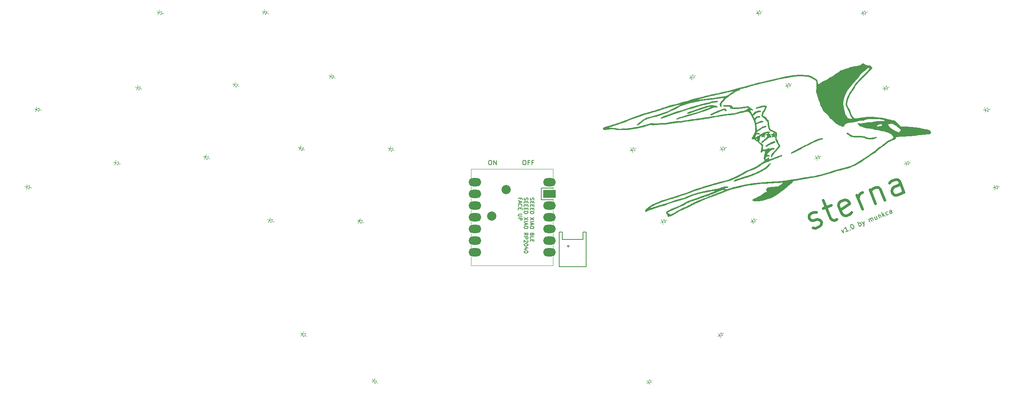
<source format=gbr>
%TF.GenerationSoftware,KiCad,Pcbnew,9.0.4*%
%TF.CreationDate,2025-10-25T14:25:05+08:00*%
%TF.ProjectId,sterna,73746572-6e61-42e6-9b69-6361645f7063,v1.0.0*%
%TF.SameCoordinates,Original*%
%TF.FileFunction,Legend,Top*%
%TF.FilePolarity,Positive*%
%FSLAX46Y46*%
G04 Gerber Fmt 4.6, Leading zero omitted, Abs format (unit mm)*
G04 Created by KiCad (PCBNEW 9.0.4) date 2025-10-25 14:25:05*
%MOMM*%
%LPD*%
G01*
G04 APERTURE LIST*
%ADD10C,0.150000*%
%ADD11C,0.625000*%
%ADD12C,0.300000*%
%ADD13C,0.100000*%
%ADD14C,0.000000*%
%ADD15C,0.120000*%
%ADD16O,2.750000X1.800000*%
%ADD17R,2.750000X1.800000*%
%ADD18C,2.000000*%
G04 APERTURE END LIST*
D10*
X164527255Y-132719819D02*
X164717731Y-132719819D01*
X164717731Y-132719819D02*
X164812969Y-132767438D01*
X164812969Y-132767438D02*
X164908207Y-132862676D01*
X164908207Y-132862676D02*
X164955826Y-133053152D01*
X164955826Y-133053152D02*
X164955826Y-133386485D01*
X164955826Y-133386485D02*
X164908207Y-133576961D01*
X164908207Y-133576961D02*
X164812969Y-133672200D01*
X164812969Y-133672200D02*
X164717731Y-133719819D01*
X164717731Y-133719819D02*
X164527255Y-133719819D01*
X164527255Y-133719819D02*
X164432017Y-133672200D01*
X164432017Y-133672200D02*
X164336779Y-133576961D01*
X164336779Y-133576961D02*
X164289160Y-133386485D01*
X164289160Y-133386485D02*
X164289160Y-133053152D01*
X164289160Y-133053152D02*
X164336779Y-132862676D01*
X164336779Y-132862676D02*
X164432017Y-132767438D01*
X164432017Y-132767438D02*
X164527255Y-132719819D01*
X165384398Y-133719819D02*
X165384398Y-132719819D01*
X165384398Y-132719819D02*
X165955826Y-133719819D01*
X165955826Y-133719819D02*
X165955826Y-132719819D01*
X171955828Y-132719819D02*
X172146304Y-132719819D01*
X172146304Y-132719819D02*
X172241542Y-132767438D01*
X172241542Y-132767438D02*
X172336780Y-132862676D01*
X172336780Y-132862676D02*
X172384399Y-133053152D01*
X172384399Y-133053152D02*
X172384399Y-133386485D01*
X172384399Y-133386485D02*
X172336780Y-133576961D01*
X172336780Y-133576961D02*
X172241542Y-133672200D01*
X172241542Y-133672200D02*
X172146304Y-133719819D01*
X172146304Y-133719819D02*
X171955828Y-133719819D01*
X171955828Y-133719819D02*
X171860590Y-133672200D01*
X171860590Y-133672200D02*
X171765352Y-133576961D01*
X171765352Y-133576961D02*
X171717733Y-133386485D01*
X171717733Y-133386485D02*
X171717733Y-133053152D01*
X171717733Y-133053152D02*
X171765352Y-132862676D01*
X171765352Y-132862676D02*
X171860590Y-132767438D01*
X171860590Y-132767438D02*
X171955828Y-132719819D01*
X173146304Y-133196009D02*
X172812971Y-133196009D01*
X172812971Y-133719819D02*
X172812971Y-132719819D01*
X172812971Y-132719819D02*
X173289161Y-132719819D01*
X174003447Y-133196009D02*
X173670114Y-133196009D01*
X173670114Y-133719819D02*
X173670114Y-132719819D01*
X173670114Y-132719819D02*
X174146304Y-132719819D01*
X240802710Y-147942625D02*
X241273206Y-148471556D01*
X241273206Y-148471556D02*
X241244226Y-147764241D01*
X242332845Y-148043434D02*
X241803026Y-148257495D01*
X242067935Y-148150464D02*
X241693329Y-147223281D01*
X241693329Y-147223281D02*
X241658541Y-147391412D01*
X241658541Y-147391412D02*
X241605914Y-147515392D01*
X241605914Y-147515392D02*
X241535449Y-147595221D01*
X242694533Y-147794585D02*
X242756523Y-147820898D01*
X242756523Y-147820898D02*
X242730209Y-147882888D01*
X242730209Y-147882888D02*
X242668219Y-147856575D01*
X242668219Y-147856575D02*
X242694533Y-147794585D01*
X242694533Y-147794585D02*
X242730209Y-147882888D01*
X242973725Y-146705967D02*
X243062028Y-146670290D01*
X243062028Y-146670290D02*
X243168170Y-146678765D01*
X243168170Y-146678765D02*
X243230160Y-146705078D01*
X243230160Y-146705078D02*
X243309988Y-146775543D01*
X243309988Y-146775543D02*
X243425494Y-146934311D01*
X243425494Y-146934311D02*
X243514686Y-147155069D01*
X243514686Y-147155069D02*
X243541888Y-147349514D01*
X243541888Y-147349514D02*
X243533413Y-147455655D01*
X243533413Y-147455655D02*
X243507100Y-147517645D01*
X243507100Y-147517645D02*
X243436635Y-147597474D01*
X243436635Y-147597474D02*
X243348332Y-147633151D01*
X243348332Y-147633151D02*
X243242190Y-147624676D01*
X243242190Y-147624676D02*
X243180200Y-147598363D01*
X243180200Y-147598363D02*
X243100371Y-147527898D01*
X243100371Y-147527898D02*
X242984866Y-147369130D01*
X242984866Y-147369130D02*
X242895674Y-147148372D01*
X242895674Y-147148372D02*
X242868472Y-146953927D01*
X242868472Y-146953927D02*
X242876947Y-146847785D01*
X242876947Y-146847785D02*
X242903260Y-146785795D01*
X242903260Y-146785795D02*
X242973725Y-146705967D01*
X244761183Y-147062322D02*
X244386577Y-146135138D01*
X244529284Y-146488351D02*
X244599749Y-146408522D01*
X244599749Y-146408522D02*
X244776355Y-146337168D01*
X244776355Y-146337168D02*
X244882497Y-146345643D01*
X244882497Y-146345643D02*
X244944487Y-146371956D01*
X244944487Y-146371956D02*
X245024315Y-146442421D01*
X245024315Y-146442421D02*
X245131346Y-146707331D01*
X245131346Y-146707331D02*
X245122871Y-146813473D01*
X245122871Y-146813473D02*
X245096558Y-146875463D01*
X245096558Y-146875463D02*
X245026093Y-146955291D01*
X245026093Y-146955291D02*
X244849487Y-147026645D01*
X244849487Y-147026645D02*
X244743345Y-147018170D01*
X245262023Y-146140946D02*
X245732519Y-146669876D01*
X245703539Y-145962562D02*
X245732519Y-146669876D01*
X245732519Y-146669876D02*
X245733408Y-146926311D01*
X245733408Y-146926311D02*
X245707095Y-146988301D01*
X245707095Y-146988301D02*
X245636630Y-147068130D01*
X247012916Y-146152562D02*
X246763178Y-145534440D01*
X246798855Y-145622743D02*
X246825168Y-145560753D01*
X246825168Y-145560753D02*
X246895633Y-145480925D01*
X246895633Y-145480925D02*
X247028088Y-145427409D01*
X247028088Y-145427409D02*
X247134230Y-145435884D01*
X247134230Y-145435884D02*
X247214058Y-145506349D01*
X247214058Y-145506349D02*
X247410281Y-145992017D01*
X247214058Y-145506349D02*
X247222533Y-145400207D01*
X247222533Y-145400207D02*
X247292998Y-145320379D01*
X247292998Y-145320379D02*
X247425453Y-145266864D01*
X247425453Y-145266864D02*
X247531594Y-145275339D01*
X247531594Y-145275339D02*
X247611423Y-145345803D01*
X247611423Y-145345803D02*
X247807645Y-145831471D01*
X248396788Y-144874419D02*
X248646525Y-145492541D01*
X247999423Y-145034965D02*
X248195646Y-145520632D01*
X248195646Y-145520632D02*
X248275474Y-145591097D01*
X248275474Y-145591097D02*
X248381616Y-145599572D01*
X248381616Y-145599572D02*
X248514071Y-145546057D01*
X248514071Y-145546057D02*
X248584535Y-145466228D01*
X248584535Y-145466228D02*
X248610849Y-145404238D01*
X248838304Y-144696035D02*
X249088042Y-145314157D01*
X248873981Y-144784338D02*
X248900294Y-144722348D01*
X248900294Y-144722348D02*
X248970759Y-144642519D01*
X248970759Y-144642519D02*
X249103214Y-144589004D01*
X249103214Y-144589004D02*
X249209355Y-144597479D01*
X249209355Y-144597479D02*
X249289184Y-144667944D01*
X249289184Y-144667944D02*
X249485406Y-145153612D01*
X249926922Y-144975227D02*
X249552316Y-144048044D01*
X249872518Y-144586338D02*
X250280135Y-144832520D01*
X250030398Y-144214398D02*
X249819892Y-144710318D01*
X251057026Y-144467277D02*
X250986561Y-144547106D01*
X250986561Y-144547106D02*
X250809955Y-144618459D01*
X250809955Y-144618459D02*
X250703813Y-144609984D01*
X250703813Y-144609984D02*
X250641823Y-144583671D01*
X250641823Y-144583671D02*
X250561995Y-144513206D01*
X250561995Y-144513206D02*
X250454964Y-144248297D01*
X250454964Y-144248297D02*
X250463439Y-144142155D01*
X250463439Y-144142155D02*
X250489752Y-144080165D01*
X250489752Y-144080165D02*
X250560217Y-144000337D01*
X250560217Y-144000337D02*
X250736824Y-143928983D01*
X250736824Y-143928983D02*
X250842965Y-143937458D01*
X251869594Y-144190337D02*
X251673371Y-143704670D01*
X251673371Y-143704670D02*
X251593543Y-143634205D01*
X251593543Y-143634205D02*
X251487401Y-143625730D01*
X251487401Y-143625730D02*
X251310795Y-143697084D01*
X251310795Y-143697084D02*
X251240330Y-143776912D01*
X251851755Y-144146186D02*
X251781290Y-144226014D01*
X251781290Y-144226014D02*
X251560532Y-144315206D01*
X251560532Y-144315206D02*
X251454391Y-144306731D01*
X251454391Y-144306731D02*
X251374562Y-144236267D01*
X251374562Y-144236267D02*
X251338886Y-144147963D01*
X251338886Y-144147963D02*
X251347360Y-144041822D01*
X251347360Y-144041822D02*
X251417825Y-143961993D01*
X251417825Y-143961993D02*
X251638583Y-143872801D01*
X251638583Y-143872801D02*
X251709048Y-143792973D01*
D11*
X234680095Y-147411899D02*
X235210803Y-147454273D01*
X235210803Y-147454273D02*
X236093835Y-147097505D01*
X236093835Y-147097505D02*
X236446159Y-146698363D01*
X236446159Y-146698363D02*
X236488533Y-146167655D01*
X236488533Y-146167655D02*
X236399341Y-145946897D01*
X236399341Y-145946897D02*
X236000199Y-145594573D01*
X236000199Y-145594573D02*
X235469491Y-145552199D01*
X235469491Y-145552199D02*
X234807216Y-145819775D01*
X234807216Y-145819775D02*
X234276508Y-145777401D01*
X234276508Y-145777401D02*
X233877366Y-145425077D01*
X233877366Y-145425077D02*
X233788174Y-145204319D01*
X233788174Y-145204319D02*
X233830548Y-144673611D01*
X233830548Y-144673611D02*
X234182872Y-144274468D01*
X234182872Y-144274468D02*
X234845146Y-144006892D01*
X234845146Y-144006892D02*
X235375855Y-144049266D01*
X236831969Y-143204164D02*
X238598033Y-142490627D01*
X236869899Y-141391281D02*
X238475356Y-145364926D01*
X238475356Y-145364926D02*
X238874498Y-145717250D01*
X238874498Y-145717250D02*
X239405206Y-145759624D01*
X239405206Y-145759624D02*
X239846722Y-145581240D01*
X243068901Y-144022602D02*
X242716577Y-144421744D01*
X242716577Y-144421744D02*
X241833545Y-144778512D01*
X241833545Y-144778512D02*
X241302836Y-144736138D01*
X241302836Y-144736138D02*
X240903694Y-144383814D01*
X240903694Y-144383814D02*
X240190158Y-142617749D01*
X240190158Y-142617749D02*
X240232532Y-142087041D01*
X240232532Y-142087041D02*
X240584856Y-141687899D01*
X240584856Y-141687899D02*
X241467888Y-141331131D01*
X241467888Y-141331131D02*
X241998596Y-141373505D01*
X241998596Y-141373505D02*
X242397739Y-141725829D01*
X242397739Y-141725829D02*
X242576123Y-142167345D01*
X242576123Y-142167345D02*
X240546926Y-143500782D01*
X245365673Y-143351439D02*
X244116985Y-140260826D01*
X244473753Y-141143859D02*
X244516127Y-140613150D01*
X244516127Y-140613150D02*
X244647693Y-140303200D01*
X244647693Y-140303200D02*
X245000017Y-139904058D01*
X245000017Y-139904058D02*
X245441533Y-139725674D01*
X246986839Y-139101330D02*
X248235528Y-142191943D01*
X247165224Y-139542846D02*
X247296790Y-139232896D01*
X247296790Y-139232896D02*
X247649114Y-138833754D01*
X247649114Y-138833754D02*
X248311388Y-138566178D01*
X248311388Y-138566178D02*
X248842096Y-138608552D01*
X248842096Y-138608552D02*
X249241238Y-138960876D01*
X249241238Y-138960876D02*
X250222351Y-141389214D01*
X254416754Y-139694565D02*
X253435642Y-137266227D01*
X253435642Y-137266227D02*
X253036500Y-136913902D01*
X253036500Y-136913902D02*
X252505791Y-136871529D01*
X252505791Y-136871529D02*
X251622759Y-137228297D01*
X251622759Y-137228297D02*
X251270435Y-137627439D01*
X254327562Y-139473807D02*
X253975238Y-139872949D01*
X253975238Y-139872949D02*
X252871448Y-140318910D01*
X252871448Y-140318910D02*
X252340740Y-140276536D01*
X252340740Y-140276536D02*
X251941597Y-139924211D01*
X251941597Y-139924211D02*
X251763213Y-139482695D01*
X251763213Y-139482695D02*
X251805587Y-138951987D01*
X251805587Y-138951987D02*
X252157911Y-138552845D01*
X252157911Y-138552845D02*
X253261702Y-138106885D01*
X253261702Y-138106885D02*
X253614026Y-137707743D01*
D12*
X222930270Y-126989723D02*
X222787413Y-126918294D01*
X222787413Y-126918294D02*
X222573127Y-126918294D01*
X222573127Y-126918294D02*
X222358841Y-126989723D01*
X222358841Y-126989723D02*
X222215984Y-127132580D01*
X222215984Y-127132580D02*
X222144555Y-127275437D01*
X222144555Y-127275437D02*
X222073127Y-127561151D01*
X222073127Y-127561151D02*
X222073127Y-127775437D01*
X222073127Y-127775437D02*
X222144555Y-128061151D01*
X222144555Y-128061151D02*
X222215984Y-128204008D01*
X222215984Y-128204008D02*
X222358841Y-128346866D01*
X222358841Y-128346866D02*
X222573127Y-128418294D01*
X222573127Y-128418294D02*
X222715984Y-128418294D01*
X222715984Y-128418294D02*
X222930270Y-128346866D01*
X222930270Y-128346866D02*
X223001698Y-128275437D01*
X223001698Y-128275437D02*
X223001698Y-127775437D01*
X223001698Y-127775437D02*
X222715984Y-127775437D01*
X223858841Y-126918294D02*
X223858841Y-127275437D01*
X223501698Y-127132580D02*
X223858841Y-127275437D01*
X223858841Y-127275437D02*
X224215984Y-127132580D01*
X223644555Y-127561151D02*
X223858841Y-127275437D01*
X223858841Y-127275437D02*
X224073127Y-127561151D01*
X225001698Y-126918294D02*
X225001698Y-127275437D01*
X224644555Y-127132580D02*
X225001698Y-127275437D01*
X225001698Y-127275437D02*
X225358841Y-127132580D01*
X224787412Y-127561151D02*
X225001698Y-127275437D01*
X225001698Y-127275437D02*
X225215984Y-127561151D01*
X226144555Y-126918294D02*
X226144555Y-127275437D01*
X225787412Y-127132580D02*
X226144555Y-127275437D01*
X226144555Y-127275437D02*
X226501698Y-127132580D01*
X225930269Y-127561151D02*
X226144555Y-127275437D01*
X226144555Y-127275437D02*
X226358841Y-127561151D01*
D10*
X173351284Y-140903196D02*
X173313188Y-141017482D01*
X173313188Y-141017482D02*
X173313188Y-141207958D01*
X173313188Y-141207958D02*
X173351284Y-141284149D01*
X173351284Y-141284149D02*
X173389379Y-141322244D01*
X173389379Y-141322244D02*
X173465569Y-141360339D01*
X173465569Y-141360339D02*
X173541760Y-141360339D01*
X173541760Y-141360339D02*
X173617950Y-141322244D01*
X173617950Y-141322244D02*
X173656045Y-141284149D01*
X173656045Y-141284149D02*
X173694141Y-141207958D01*
X173694141Y-141207958D02*
X173732236Y-141055577D01*
X173732236Y-141055577D02*
X173770331Y-140979387D01*
X173770331Y-140979387D02*
X173808426Y-140941292D01*
X173808426Y-140941292D02*
X173884617Y-140903196D01*
X173884617Y-140903196D02*
X173960807Y-140903196D01*
X173960807Y-140903196D02*
X174036998Y-140941292D01*
X174036998Y-140941292D02*
X174075093Y-140979387D01*
X174075093Y-140979387D02*
X174113188Y-141055577D01*
X174113188Y-141055577D02*
X174113188Y-141246054D01*
X174113188Y-141246054D02*
X174075093Y-141360339D01*
X173732236Y-141703197D02*
X173732236Y-141969863D01*
X173313188Y-142084149D02*
X173313188Y-141703197D01*
X173313188Y-141703197D02*
X174113188Y-141703197D01*
X174113188Y-141703197D02*
X174113188Y-142084149D01*
X173732236Y-142427007D02*
X173732236Y-142693673D01*
X173313188Y-142807959D02*
X173313188Y-142427007D01*
X173313188Y-142427007D02*
X174113188Y-142427007D01*
X174113188Y-142427007D02*
X174113188Y-142807959D01*
X173732236Y-143150817D02*
X173732236Y-143417483D01*
X173313188Y-143531769D02*
X173313188Y-143150817D01*
X173313188Y-143150817D02*
X174113188Y-143150817D01*
X174113188Y-143150817D02*
X174113188Y-143531769D01*
X173313188Y-143874627D02*
X174113188Y-143874627D01*
X174113188Y-143874627D02*
X174113188Y-144065103D01*
X174113188Y-144065103D02*
X174075093Y-144179389D01*
X174075093Y-144179389D02*
X173998903Y-144255579D01*
X173998903Y-144255579D02*
X173922712Y-144293674D01*
X173922712Y-144293674D02*
X173770331Y-144331770D01*
X173770331Y-144331770D02*
X173656045Y-144331770D01*
X173656045Y-144331770D02*
X173503664Y-144293674D01*
X173503664Y-144293674D02*
X173427474Y-144255579D01*
X173427474Y-144255579D02*
X173351284Y-144179389D01*
X173351284Y-144179389D02*
X173313188Y-144065103D01*
X173313188Y-144065103D02*
X173313188Y-143874627D01*
X174113188Y-145207960D02*
X173313188Y-145741294D01*
X174113188Y-145741294D02*
X173313188Y-145207960D01*
X173313188Y-146046056D02*
X174113188Y-146046056D01*
X173541760Y-146388912D02*
X173541760Y-146769865D01*
X173313188Y-146312722D02*
X174113188Y-146579389D01*
X174113188Y-146579389D02*
X173313188Y-146846055D01*
X174113188Y-147265103D02*
X174113188Y-147417484D01*
X174113188Y-147417484D02*
X174075093Y-147493674D01*
X174075093Y-147493674D02*
X173998903Y-147569865D01*
X173998903Y-147569865D02*
X173846522Y-147607960D01*
X173846522Y-147607960D02*
X173579855Y-147607960D01*
X173579855Y-147607960D02*
X173427474Y-147569865D01*
X173427474Y-147569865D02*
X173351284Y-147493674D01*
X173351284Y-147493674D02*
X173313188Y-147417484D01*
X173313188Y-147417484D02*
X173313188Y-147265103D01*
X173313188Y-147265103D02*
X173351284Y-147188912D01*
X173351284Y-147188912D02*
X173427474Y-147112722D01*
X173427474Y-147112722D02*
X173579855Y-147074626D01*
X173579855Y-147074626D02*
X173846522Y-147074626D01*
X173846522Y-147074626D02*
X173998903Y-147112722D01*
X173998903Y-147112722D02*
X174075093Y-147188912D01*
X174075093Y-147188912D02*
X174113188Y-147265103D01*
X173732236Y-148827007D02*
X173694141Y-148941293D01*
X173694141Y-148941293D02*
X173656045Y-148979388D01*
X173656045Y-148979388D02*
X173579855Y-149017484D01*
X173579855Y-149017484D02*
X173465569Y-149017484D01*
X173465569Y-149017484D02*
X173389379Y-148979388D01*
X173389379Y-148979388D02*
X173351284Y-148941293D01*
X173351284Y-148941293D02*
X173313188Y-148865103D01*
X173313188Y-148865103D02*
X173313188Y-148560341D01*
X173313188Y-148560341D02*
X174113188Y-148560341D01*
X174113188Y-148560341D02*
X174113188Y-148827007D01*
X174113188Y-148827007D02*
X174075093Y-148903198D01*
X174075093Y-148903198D02*
X174036998Y-148941293D01*
X174036998Y-148941293D02*
X173960807Y-148979388D01*
X173960807Y-148979388D02*
X173884617Y-148979388D01*
X173884617Y-148979388D02*
X173808426Y-148941293D01*
X173808426Y-148941293D02*
X173770331Y-148903198D01*
X173770331Y-148903198D02*
X173732236Y-148827007D01*
X173732236Y-148827007D02*
X173732236Y-148560341D01*
X173313188Y-149741293D02*
X173313188Y-149360341D01*
X173313188Y-149360341D02*
X174113188Y-149360341D01*
X173732236Y-150007960D02*
X173732236Y-150274626D01*
X173313188Y-150388912D02*
X173313188Y-150007960D01*
X173313188Y-150007960D02*
X174113188Y-150007960D01*
X174113188Y-150007960D02*
X174113188Y-150388912D01*
X172063329Y-140903196D02*
X172025233Y-141017482D01*
X172025233Y-141017482D02*
X172025233Y-141207958D01*
X172025233Y-141207958D02*
X172063329Y-141284149D01*
X172063329Y-141284149D02*
X172101424Y-141322244D01*
X172101424Y-141322244D02*
X172177614Y-141360339D01*
X172177614Y-141360339D02*
X172253805Y-141360339D01*
X172253805Y-141360339D02*
X172329995Y-141322244D01*
X172329995Y-141322244D02*
X172368090Y-141284149D01*
X172368090Y-141284149D02*
X172406186Y-141207958D01*
X172406186Y-141207958D02*
X172444281Y-141055577D01*
X172444281Y-141055577D02*
X172482376Y-140979387D01*
X172482376Y-140979387D02*
X172520471Y-140941292D01*
X172520471Y-140941292D02*
X172596662Y-140903196D01*
X172596662Y-140903196D02*
X172672852Y-140903196D01*
X172672852Y-140903196D02*
X172749043Y-140941292D01*
X172749043Y-140941292D02*
X172787138Y-140979387D01*
X172787138Y-140979387D02*
X172825233Y-141055577D01*
X172825233Y-141055577D02*
X172825233Y-141246054D01*
X172825233Y-141246054D02*
X172787138Y-141360339D01*
X172444281Y-141703197D02*
X172444281Y-141969863D01*
X172025233Y-142084149D02*
X172025233Y-141703197D01*
X172025233Y-141703197D02*
X172825233Y-141703197D01*
X172825233Y-141703197D02*
X172825233Y-142084149D01*
X172444281Y-142427007D02*
X172444281Y-142693673D01*
X172025233Y-142807959D02*
X172025233Y-142427007D01*
X172025233Y-142427007D02*
X172825233Y-142427007D01*
X172825233Y-142427007D02*
X172825233Y-142807959D01*
X172444281Y-143150817D02*
X172444281Y-143417483D01*
X172025233Y-143531769D02*
X172025233Y-143150817D01*
X172025233Y-143150817D02*
X172825233Y-143150817D01*
X172825233Y-143150817D02*
X172825233Y-143531769D01*
X172025233Y-143874627D02*
X172825233Y-143874627D01*
X172825233Y-143874627D02*
X172825233Y-144065103D01*
X172825233Y-144065103D02*
X172787138Y-144179389D01*
X172787138Y-144179389D02*
X172710948Y-144255579D01*
X172710948Y-144255579D02*
X172634757Y-144293674D01*
X172634757Y-144293674D02*
X172482376Y-144331770D01*
X172482376Y-144331770D02*
X172368090Y-144331770D01*
X172368090Y-144331770D02*
X172215709Y-144293674D01*
X172215709Y-144293674D02*
X172139519Y-144255579D01*
X172139519Y-144255579D02*
X172063329Y-144179389D01*
X172063329Y-144179389D02*
X172025233Y-144065103D01*
X172025233Y-144065103D02*
X172025233Y-143874627D01*
X172825233Y-145207960D02*
X172025233Y-145741294D01*
X172825233Y-145741294D02*
X172025233Y-145207960D01*
X172025233Y-146046056D02*
X172825233Y-146046056D01*
X172253805Y-146388912D02*
X172253805Y-146769865D01*
X172025233Y-146312722D02*
X172825233Y-146579389D01*
X172825233Y-146579389D02*
X172025233Y-146846055D01*
X172825233Y-147265103D02*
X172825233Y-147417484D01*
X172825233Y-147417484D02*
X172787138Y-147493674D01*
X172787138Y-147493674D02*
X172710948Y-147569865D01*
X172710948Y-147569865D02*
X172558567Y-147607960D01*
X172558567Y-147607960D02*
X172291900Y-147607960D01*
X172291900Y-147607960D02*
X172139519Y-147569865D01*
X172139519Y-147569865D02*
X172063329Y-147493674D01*
X172063329Y-147493674D02*
X172025233Y-147417484D01*
X172025233Y-147417484D02*
X172025233Y-147265103D01*
X172025233Y-147265103D02*
X172063329Y-147188912D01*
X172063329Y-147188912D02*
X172139519Y-147112722D01*
X172139519Y-147112722D02*
X172291900Y-147074626D01*
X172291900Y-147074626D02*
X172558567Y-147074626D01*
X172558567Y-147074626D02*
X172710948Y-147112722D01*
X172710948Y-147112722D02*
X172787138Y-147188912D01*
X172787138Y-147188912D02*
X172825233Y-147265103D01*
X172025233Y-149017484D02*
X172406186Y-148750817D01*
X172025233Y-148560341D02*
X172825233Y-148560341D01*
X172825233Y-148560341D02*
X172825233Y-148865103D01*
X172825233Y-148865103D02*
X172787138Y-148941293D01*
X172787138Y-148941293D02*
X172749043Y-148979388D01*
X172749043Y-148979388D02*
X172672852Y-149017484D01*
X172672852Y-149017484D02*
X172558567Y-149017484D01*
X172558567Y-149017484D02*
X172482376Y-148979388D01*
X172482376Y-148979388D02*
X172444281Y-148941293D01*
X172444281Y-148941293D02*
X172406186Y-148865103D01*
X172406186Y-148865103D02*
X172406186Y-148560341D01*
X172025233Y-149360341D02*
X172825233Y-149360341D01*
X172825233Y-149360341D02*
X172825233Y-149665103D01*
X172825233Y-149665103D02*
X172787138Y-149741293D01*
X172787138Y-149741293D02*
X172749043Y-149779388D01*
X172749043Y-149779388D02*
X172672852Y-149817484D01*
X172672852Y-149817484D02*
X172558567Y-149817484D01*
X172558567Y-149817484D02*
X172482376Y-149779388D01*
X172482376Y-149779388D02*
X172444281Y-149741293D01*
X172444281Y-149741293D02*
X172406186Y-149665103D01*
X172406186Y-149665103D02*
X172406186Y-149360341D01*
X172749043Y-150122245D02*
X172787138Y-150160341D01*
X172787138Y-150160341D02*
X172825233Y-150236531D01*
X172825233Y-150236531D02*
X172825233Y-150427007D01*
X172825233Y-150427007D02*
X172787138Y-150503198D01*
X172787138Y-150503198D02*
X172749043Y-150541293D01*
X172749043Y-150541293D02*
X172672852Y-150579388D01*
X172672852Y-150579388D02*
X172596662Y-150579388D01*
X172596662Y-150579388D02*
X172482376Y-150541293D01*
X172482376Y-150541293D02*
X172025233Y-150084150D01*
X172025233Y-150084150D02*
X172025233Y-150579388D01*
X172825233Y-151074627D02*
X172825233Y-151150817D01*
X172825233Y-151150817D02*
X172787138Y-151227008D01*
X172787138Y-151227008D02*
X172749043Y-151265103D01*
X172749043Y-151265103D02*
X172672852Y-151303198D01*
X172672852Y-151303198D02*
X172520471Y-151341293D01*
X172520471Y-151341293D02*
X172329995Y-151341293D01*
X172329995Y-151341293D02*
X172177614Y-151303198D01*
X172177614Y-151303198D02*
X172101424Y-151265103D01*
X172101424Y-151265103D02*
X172063329Y-151227008D01*
X172063329Y-151227008D02*
X172025233Y-151150817D01*
X172025233Y-151150817D02*
X172025233Y-151074627D01*
X172025233Y-151074627D02*
X172063329Y-150998436D01*
X172063329Y-150998436D02*
X172101424Y-150960341D01*
X172101424Y-150960341D02*
X172177614Y-150922246D01*
X172177614Y-150922246D02*
X172329995Y-150884150D01*
X172329995Y-150884150D02*
X172520471Y-150884150D01*
X172520471Y-150884150D02*
X172672852Y-150922246D01*
X172672852Y-150922246D02*
X172749043Y-150960341D01*
X172749043Y-150960341D02*
X172787138Y-150998436D01*
X172787138Y-150998436D02*
X172825233Y-151074627D01*
X172558567Y-152027008D02*
X172025233Y-152027008D01*
X172863329Y-151836532D02*
X172291900Y-151646055D01*
X172291900Y-151646055D02*
X172291900Y-152141294D01*
X172825233Y-152598437D02*
X172825233Y-152674627D01*
X172825233Y-152674627D02*
X172787138Y-152750818D01*
X172787138Y-152750818D02*
X172749043Y-152788913D01*
X172749043Y-152788913D02*
X172672852Y-152827008D01*
X172672852Y-152827008D02*
X172520471Y-152865103D01*
X172520471Y-152865103D02*
X172329995Y-152865103D01*
X172329995Y-152865103D02*
X172177614Y-152827008D01*
X172177614Y-152827008D02*
X172101424Y-152788913D01*
X172101424Y-152788913D02*
X172063329Y-152750818D01*
X172063329Y-152750818D02*
X172025233Y-152674627D01*
X172025233Y-152674627D02*
X172025233Y-152598437D01*
X172025233Y-152598437D02*
X172063329Y-152522246D01*
X172063329Y-152522246D02*
X172101424Y-152484151D01*
X172101424Y-152484151D02*
X172177614Y-152446056D01*
X172177614Y-152446056D02*
X172329995Y-152407960D01*
X172329995Y-152407960D02*
X172520471Y-152407960D01*
X172520471Y-152407960D02*
X172672852Y-152446056D01*
X172672852Y-152446056D02*
X172749043Y-152484151D01*
X172749043Y-152484151D02*
X172787138Y-152522246D01*
X172787138Y-152522246D02*
X172825233Y-152598437D01*
X171156326Y-141207958D02*
X171156326Y-140941292D01*
X170737278Y-140941292D02*
X171537278Y-140941292D01*
X171537278Y-140941292D02*
X171537278Y-141322244D01*
X170965850Y-141588910D02*
X170965850Y-141969863D01*
X170737278Y-141512720D02*
X171537278Y-141779387D01*
X171537278Y-141779387D02*
X170737278Y-142046053D01*
X170813469Y-142769863D02*
X170775374Y-142731767D01*
X170775374Y-142731767D02*
X170737278Y-142617482D01*
X170737278Y-142617482D02*
X170737278Y-142541291D01*
X170737278Y-142541291D02*
X170775374Y-142427005D01*
X170775374Y-142427005D02*
X170851564Y-142350815D01*
X170851564Y-142350815D02*
X170927754Y-142312720D01*
X170927754Y-142312720D02*
X171080135Y-142274624D01*
X171080135Y-142274624D02*
X171194421Y-142274624D01*
X171194421Y-142274624D02*
X171346802Y-142312720D01*
X171346802Y-142312720D02*
X171422993Y-142350815D01*
X171422993Y-142350815D02*
X171499183Y-142427005D01*
X171499183Y-142427005D02*
X171537278Y-142541291D01*
X171537278Y-142541291D02*
X171537278Y-142617482D01*
X171537278Y-142617482D02*
X171499183Y-142731767D01*
X171499183Y-142731767D02*
X171461088Y-142769863D01*
X171156326Y-143112720D02*
X171156326Y-143379386D01*
X170737278Y-143493672D02*
X170737278Y-143112720D01*
X170737278Y-143112720D02*
X171537278Y-143112720D01*
X171537278Y-143112720D02*
X171537278Y-143493672D01*
X171537278Y-144446054D02*
X170889659Y-144446054D01*
X170889659Y-144446054D02*
X170813469Y-144484149D01*
X170813469Y-144484149D02*
X170775374Y-144522244D01*
X170775374Y-144522244D02*
X170737278Y-144598435D01*
X170737278Y-144598435D02*
X170737278Y-144750816D01*
X170737278Y-144750816D02*
X170775374Y-144827006D01*
X170775374Y-144827006D02*
X170813469Y-144865101D01*
X170813469Y-144865101D02*
X170889659Y-144903197D01*
X170889659Y-144903197D02*
X171537278Y-144903197D01*
X170737278Y-145284149D02*
X171537278Y-145284149D01*
X171537278Y-145284149D02*
X171537278Y-145588911D01*
X171537278Y-145588911D02*
X171499183Y-145665101D01*
X171499183Y-145665101D02*
X171461088Y-145703196D01*
X171461088Y-145703196D02*
X171384897Y-145741292D01*
X171384897Y-145741292D02*
X171270612Y-145741292D01*
X171270612Y-145741292D02*
X171194421Y-145703196D01*
X171194421Y-145703196D02*
X171156326Y-145665101D01*
X171156326Y-145665101D02*
X171118231Y-145588911D01*
X171118231Y-145588911D02*
X171118231Y-145284149D01*
D13*
%TO.C,D13*%
X142457763Y-130036874D02*
X142825964Y-130193166D01*
X142825964Y-130193166D02*
X142611064Y-130699443D01*
X142825964Y-130193166D02*
X143040867Y-129686888D01*
X142825964Y-130193166D02*
X143534560Y-130059402D01*
X143221976Y-130795806D02*
X142825964Y-130193166D01*
X143378268Y-130427605D02*
X143838521Y-130622970D01*
X143534560Y-130059402D02*
X143221976Y-130795806D01*
D14*
%TO.C,G\u002A\u002A\u002A*%
G36*
X226488969Y-128662448D02*
G01*
X226498260Y-128681677D01*
X226493593Y-128826945D01*
X226390509Y-128955108D01*
X226220859Y-129035928D01*
X226111099Y-129049245D01*
X225901464Y-129079946D01*
X225642188Y-129177063D01*
X225316384Y-129348104D01*
X224986895Y-129549326D01*
X224725919Y-129695199D01*
X224530799Y-129761275D01*
X224413152Y-129745203D01*
X224382625Y-129671562D01*
X224442589Y-129560728D01*
X224617553Y-129408616D01*
X224900112Y-129220433D01*
X225282868Y-129001387D01*
X225491890Y-128891000D01*
X225872717Y-128713031D01*
X226169379Y-128614879D01*
X226376566Y-128597650D01*
X226488969Y-128662448D01*
G37*
G36*
X225629431Y-127430407D02*
G01*
X225679352Y-127589226D01*
X225679662Y-127592362D01*
X225685272Y-127728696D01*
X225643107Y-127787070D01*
X225518267Y-127797258D01*
X225442524Y-127794715D01*
X225147743Y-127840203D01*
X224963786Y-127939264D01*
X224771504Y-128079064D01*
X224546641Y-128250503D01*
X224315037Y-128432839D01*
X224102535Y-128605324D01*
X223934975Y-128747213D01*
X223838198Y-128837758D01*
X223826542Y-128852271D01*
X223735934Y-128908827D01*
X223606488Y-128915806D01*
X223497925Y-128878101D01*
X223466130Y-128822769D01*
X223497193Y-128733585D01*
X223597404Y-128610324D01*
X223777294Y-128443021D01*
X224047397Y-128221706D01*
X224340535Y-127995250D01*
X224754436Y-127695809D01*
X225085012Y-127491188D01*
X225337526Y-127379804D01*
X225517244Y-127360071D01*
X225629431Y-127430407D01*
G37*
G36*
X215698540Y-121509264D02*
G01*
X215855389Y-121647541D01*
X215926396Y-121835422D01*
X215925379Y-121900717D01*
X215867817Y-122051775D01*
X215766987Y-122099818D01*
X215660983Y-122038706D01*
X215612271Y-121951172D01*
X215534695Y-121827188D01*
X215454565Y-121782749D01*
X215369564Y-121807153D01*
X215185630Y-121874551D01*
X214924110Y-121976220D01*
X214606352Y-122103438D01*
X214253702Y-122247483D01*
X213887510Y-122399631D01*
X213529123Y-122551165D01*
X213199889Y-122693358D01*
X212921154Y-122817489D01*
X212913665Y-122820902D01*
X212696817Y-122914640D01*
X212564525Y-122954228D01*
X212485314Y-122946170D01*
X212446371Y-122917457D01*
X212403282Y-122822805D01*
X212465726Y-122719395D01*
X212641725Y-122598497D01*
X212826827Y-122503528D01*
X213155190Y-122352150D01*
X213526281Y-122189843D01*
X213918505Y-122025107D01*
X214310267Y-121866441D01*
X214679973Y-121722344D01*
X215006027Y-121601315D01*
X215266832Y-121511854D01*
X215440796Y-121462459D01*
X215489919Y-121455429D01*
X215698540Y-121509264D01*
G37*
G36*
X236796118Y-127943292D02*
G01*
X236872317Y-128018386D01*
X236880874Y-128076859D01*
X236862777Y-128119461D01*
X236795428Y-128156422D01*
X236656237Y-128197969D01*
X236422609Y-128254332D01*
X236276125Y-128288302D01*
X236110852Y-128342245D01*
X235847397Y-128447318D01*
X235504053Y-128594850D01*
X235099111Y-128776169D01*
X234650862Y-128982603D01*
X234177598Y-129205483D01*
X233697610Y-129436135D01*
X233229190Y-129665889D01*
X232790630Y-129886072D01*
X232400221Y-130088016D01*
X232076254Y-130263044D01*
X231910976Y-130357678D01*
X231605438Y-130532039D01*
X231272714Y-130711033D01*
X230936338Y-130883222D01*
X230619841Y-131037156D01*
X230346758Y-131161397D01*
X230140621Y-131244498D01*
X230024963Y-131275016D01*
X230024563Y-131275017D01*
X229905433Y-131232943D01*
X229881893Y-131160455D01*
X229933652Y-131076030D01*
X230092868Y-130957934D01*
X230366000Y-130801727D01*
X230520167Y-130721691D01*
X230834434Y-130559491D01*
X231154219Y-130390282D01*
X231431619Y-130239580D01*
X231550924Y-130172594D01*
X231770733Y-130051802D01*
X232078404Y-129889835D01*
X232454875Y-129696116D01*
X232881081Y-129480069D01*
X233337960Y-129251121D01*
X233806448Y-129018695D01*
X234267483Y-128792216D01*
X234702000Y-128581108D01*
X235090938Y-128394796D01*
X235415231Y-128242705D01*
X235655819Y-128134260D01*
X235766269Y-128088585D01*
X236082846Y-127988108D01*
X236376531Y-127929351D01*
X236622547Y-127913889D01*
X236796118Y-127943292D01*
G37*
G36*
X242321322Y-126784055D02*
G01*
X242563193Y-126945933D01*
X242628096Y-126997372D01*
X242824715Y-127149231D01*
X243003245Y-127262019D01*
X243188305Y-127341576D01*
X243404512Y-127393739D01*
X243676484Y-127424346D01*
X244028839Y-127439238D01*
X244486195Y-127444249D01*
X244512780Y-127444347D01*
X244921350Y-127446552D01*
X245226506Y-127452301D01*
X245455763Y-127465178D01*
X245636634Y-127488774D01*
X245796636Y-127526673D01*
X245963280Y-127582462D01*
X246163631Y-127659551D01*
X246714170Y-127826003D01*
X247223889Y-127873737D01*
X247705859Y-127803364D01*
X247899835Y-127739998D01*
X248172377Y-127646884D01*
X248350283Y-127614998D01*
X248453954Y-127643054D01*
X248495183Y-127702447D01*
X248502085Y-127783544D01*
X248442071Y-127857919D01*
X248296419Y-127938937D01*
X248046409Y-128039961D01*
X247996278Y-128058578D01*
X247467144Y-128184708D01*
X246905398Y-128188621D01*
X246324110Y-128070804D01*
X246083914Y-127987715D01*
X245886826Y-127913284D01*
X245720645Y-127859537D01*
X245557853Y-127822945D01*
X245370925Y-127799980D01*
X245132345Y-127787115D01*
X244814594Y-127780822D01*
X244447316Y-127777916D01*
X243967195Y-127770483D01*
X243592305Y-127750629D01*
X243297097Y-127712124D01*
X243056019Y-127648743D01*
X242843521Y-127554257D01*
X242634054Y-127422439D01*
X242461827Y-127293973D01*
X242290706Y-127170969D01*
X242144512Y-127082639D01*
X242105496Y-127064955D01*
X241985826Y-126978088D01*
X241941567Y-126860152D01*
X241989279Y-126759781D01*
X241999246Y-126752894D01*
X242138154Y-126721580D01*
X242321322Y-126784055D01*
G37*
G36*
X213846908Y-119821243D02*
G01*
X214022420Y-119863093D01*
X214082200Y-119919851D01*
X214100612Y-119998143D01*
X214070460Y-120052166D01*
X213970914Y-120090127D01*
X213781144Y-120120234D01*
X213501176Y-120148770D01*
X213170855Y-120192844D01*
X212789347Y-120263926D01*
X212429819Y-120348068D01*
X212369996Y-120364390D01*
X212103444Y-120437761D01*
X211746340Y-120533907D01*
X211334978Y-120643172D01*
X210905651Y-120755893D01*
X210635202Y-120826167D01*
X209959832Y-121007070D01*
X209211788Y-121218425D01*
X208411072Y-121453821D01*
X207577678Y-121706847D01*
X206731606Y-121971089D01*
X205892852Y-122240139D01*
X205081419Y-122507580D01*
X204317299Y-122767005D01*
X203620495Y-123012000D01*
X203011000Y-123236153D01*
X202524829Y-123426502D01*
X202186017Y-123560088D01*
X201946153Y-123641057D01*
X201786090Y-123673323D01*
X201686682Y-123660801D01*
X201630030Y-123609457D01*
X201633061Y-123510409D01*
X201675266Y-123449080D01*
X201788183Y-123379104D01*
X202015904Y-123274594D01*
X202347999Y-123139206D01*
X202774037Y-122976599D01*
X203283588Y-122790428D01*
X203866223Y-122584350D01*
X204511511Y-122362022D01*
X205209021Y-122127101D01*
X205948323Y-121883244D01*
X206718989Y-121634107D01*
X207510586Y-121383348D01*
X208016646Y-121225781D01*
X208443949Y-121094067D01*
X208796326Y-120986899D01*
X209104590Y-120895584D01*
X209399557Y-120811427D01*
X209712038Y-120725736D01*
X210072849Y-120629816D01*
X210512802Y-120514973D01*
X210798862Y-120440805D01*
X211209043Y-120334115D01*
X211663136Y-120215253D01*
X212100511Y-120100126D01*
X212402728Y-120020043D01*
X212838307Y-119917608D01*
X213236458Y-119849596D01*
X213578789Y-119817109D01*
X213846908Y-119821243D01*
G37*
G36*
X225510408Y-133344412D02*
G01*
X225509029Y-133454684D01*
X225429395Y-133620557D01*
X225282204Y-133827378D01*
X225078161Y-134060488D01*
X224827966Y-134305236D01*
X224542320Y-134546964D01*
X224480821Y-134594462D01*
X224286846Y-134723314D01*
X223996989Y-134892141D01*
X223635476Y-135088793D01*
X223226530Y-135301125D01*
X222794376Y-135516985D01*
X222363237Y-135724225D01*
X221957339Y-135910697D01*
X221600905Y-136064253D01*
X221371285Y-136153914D01*
X221147254Y-136230623D01*
X220835421Y-136331027D01*
X220473955Y-136443124D01*
X220101020Y-136554910D01*
X220030605Y-136575536D01*
X219629691Y-136695805D01*
X219203942Y-136829073D01*
X218802709Y-136959583D01*
X218475337Y-137071577D01*
X218459470Y-137077239D01*
X218081240Y-137209922D01*
X217808439Y-137297428D01*
X217624665Y-137342523D01*
X217513513Y-137347975D01*
X217458579Y-137316549D01*
X217443460Y-137251014D01*
X217443450Y-137248603D01*
X217492537Y-137151468D01*
X217643831Y-137041867D01*
X217903385Y-136917033D01*
X218277248Y-136774204D01*
X218771473Y-136610612D01*
X218981852Y-136545548D01*
X219628904Y-136347498D01*
X220168853Y-136179558D01*
X220620253Y-136035062D01*
X221001657Y-135907345D01*
X221331620Y-135789740D01*
X221628693Y-135675583D01*
X221911434Y-135558208D01*
X222198393Y-135430947D01*
X222508128Y-135287138D01*
X222582367Y-135252049D01*
X223078865Y-135013603D01*
X223477183Y-134812759D01*
X223799400Y-134635357D01*
X224067598Y-134467234D01*
X224303855Y-134294228D01*
X224530251Y-134102179D01*
X224768868Y-133876924D01*
X224847965Y-133798939D01*
X225058882Y-133596255D01*
X225240871Y-133433782D01*
X225371432Y-133330872D01*
X225422829Y-133304398D01*
X225510408Y-133344412D01*
G37*
G36*
X212954244Y-120773302D02*
G01*
X213260021Y-120810456D01*
X213500805Y-120849326D01*
X213772812Y-120913657D01*
X213924314Y-120995835D01*
X213965262Y-121102609D01*
X213952231Y-121155519D01*
X213894601Y-121218391D01*
X213767668Y-121232560D01*
X213632585Y-121218954D01*
X213508776Y-121210574D01*
X213372668Y-121223813D01*
X213201572Y-121265049D01*
X212972796Y-121340658D01*
X212663648Y-121457019D01*
X212363390Y-121575669D01*
X211325370Y-121970507D01*
X210161558Y-122375790D01*
X208870732Y-122791914D01*
X207451675Y-123219277D01*
X206287916Y-123551487D01*
X205945569Y-123647637D01*
X205645377Y-123732891D01*
X205411137Y-123800415D01*
X205266652Y-123843378D01*
X205234614Y-123853850D01*
X205131723Y-123836151D01*
X205085002Y-123796548D01*
X205049104Y-123674643D01*
X205066788Y-123622180D01*
X205145747Y-123576290D01*
X205344969Y-123500547D01*
X205665603Y-123394593D01*
X206108798Y-123258075D01*
X206675702Y-123090637D01*
X207367463Y-122891923D01*
X208049378Y-122699594D01*
X208435317Y-122587348D01*
X208872099Y-122453356D01*
X209342379Y-122303614D01*
X209828814Y-122144116D01*
X210314061Y-121980855D01*
X210780775Y-121819830D01*
X211211613Y-121667031D01*
X211589231Y-121528454D01*
X211896287Y-121410094D01*
X212115436Y-121317947D01*
X212229335Y-121258003D01*
X212235794Y-121252617D01*
X212348834Y-121202866D01*
X212428914Y-121193574D01*
X212514254Y-121174484D01*
X212491356Y-121125088D01*
X212436850Y-121101578D01*
X212335622Y-121100775D01*
X212179058Y-121125217D01*
X211958539Y-121177440D01*
X211665452Y-121259983D01*
X211291182Y-121375381D01*
X210827110Y-121526172D01*
X210264623Y-121714894D01*
X209595103Y-121944084D01*
X208942251Y-122170233D01*
X208438283Y-122343189D01*
X208044390Y-122472254D01*
X207748321Y-122560209D01*
X207537821Y-122609833D01*
X207400640Y-122623905D01*
X207324525Y-122605206D01*
X207297223Y-122556515D01*
X207296543Y-122543600D01*
X207306999Y-122482549D01*
X207349314Y-122425986D01*
X207439909Y-122366003D01*
X207595202Y-122294693D01*
X207831612Y-122204147D01*
X208165558Y-122086456D01*
X208442161Y-121991841D01*
X208872661Y-121845158D01*
X209348470Y-121682542D01*
X209815921Y-121522359D01*
X210221348Y-121382979D01*
X210275151Y-121364431D01*
X210859819Y-121165752D01*
X211342834Y-121010634D01*
X211744799Y-120895786D01*
X212086319Y-120817920D01*
X212387997Y-120773743D01*
X212670437Y-120759967D01*
X212954244Y-120773302D01*
G37*
G36*
X224348523Y-120823851D02*
G01*
X224482960Y-120877243D01*
X224546447Y-120931897D01*
X224618852Y-121035305D01*
X224629451Y-121150257D01*
X224587829Y-121320903D01*
X224516083Y-121499967D01*
X224395580Y-121742110D01*
X224249669Y-122001130D01*
X224216363Y-122055976D01*
X223998536Y-122440050D01*
X223868985Y-122741405D01*
X223829014Y-122956314D01*
X223863443Y-123064754D01*
X223957351Y-123131599D01*
X224131035Y-123221270D01*
X224287001Y-123289463D01*
X224499100Y-123386922D01*
X224609705Y-123472750D01*
X224644233Y-123567487D01*
X224644481Y-123578299D01*
X224697981Y-123720053D01*
X224834241Y-123862314D01*
X224838380Y-123865401D01*
X224960018Y-123981842D01*
X225050930Y-124140206D01*
X225117993Y-124362994D01*
X225168086Y-124672710D01*
X225206332Y-125069407D01*
X225243565Y-125421141D01*
X225305058Y-125677954D01*
X225412182Y-125870489D01*
X225586308Y-126029387D01*
X225848803Y-126185293D01*
X226057691Y-126290187D01*
X226381667Y-126448520D01*
X226606512Y-126571353D01*
X226748933Y-126684211D01*
X226825638Y-126812613D01*
X226853334Y-126982083D01*
X226848729Y-127218143D01*
X226832876Y-127474350D01*
X226814989Y-127782232D01*
X226809760Y-127987540D01*
X226821341Y-128118350D01*
X226853884Y-128202738D01*
X226911541Y-128268783D01*
X226956183Y-128308080D01*
X227078604Y-128462688D01*
X227089452Y-128576319D01*
X227108518Y-128706009D01*
X227203034Y-128913074D01*
X227323476Y-129114874D01*
X227451781Y-129318283D01*
X227546237Y-129477368D01*
X227589121Y-129562079D01*
X227590012Y-129566738D01*
X227548086Y-129668538D01*
X227435467Y-129843372D01*
X227270354Y-130068155D01*
X227070956Y-130319801D01*
X226855477Y-130575226D01*
X226642121Y-130811344D01*
X226475191Y-130980429D01*
X226268595Y-131206812D01*
X226077067Y-131465122D01*
X225961376Y-131662723D01*
X225831642Y-131903618D01*
X225728164Y-132027604D01*
X225641800Y-132043828D01*
X225605982Y-132018306D01*
X225562059Y-131887356D01*
X225600328Y-131686739D01*
X225709543Y-131438505D01*
X225878461Y-131164704D01*
X226095835Y-130887384D01*
X226282514Y-130691681D01*
X226482145Y-130488221D01*
X226689198Y-130257536D01*
X226883969Y-130024122D01*
X227046752Y-129812479D01*
X227157844Y-129647105D01*
X227197573Y-129553983D01*
X227161414Y-129470573D01*
X227071550Y-129331850D01*
X227041209Y-129290365D01*
X226926115Y-129119769D01*
X226785791Y-128888076D01*
X226674462Y-128689192D01*
X226582044Y-128511791D01*
X226523018Y-128370177D01*
X226491658Y-128228417D01*
X226482244Y-128050576D01*
X226489051Y-127800719D01*
X226499175Y-127588517D01*
X226534272Y-126880626D01*
X225931486Y-126600854D01*
X225602136Y-126441835D01*
X225355842Y-126298017D01*
X225177932Y-126146040D01*
X225053739Y-125962545D01*
X224968592Y-125724172D01*
X224907820Y-125407564D01*
X224856759Y-124989360D01*
X224844119Y-124869364D01*
X224803308Y-124535169D01*
X224756053Y-124309623D01*
X224691782Y-124170513D01*
X224599924Y-124095624D01*
X224469907Y-124062744D01*
X224459664Y-124061506D01*
X224332825Y-124024566D01*
X224295247Y-123925963D01*
X224297091Y-123858765D01*
X224290460Y-123748661D01*
X224233598Y-123666845D01*
X224098841Y-123585609D01*
X223960742Y-123521926D01*
X223711592Y-123378159D01*
X223557417Y-123201893D01*
X223498200Y-122982114D01*
X223533927Y-122707805D01*
X223664577Y-122367950D01*
X223890138Y-121951534D01*
X223958199Y-121839294D01*
X224133383Y-121536218D01*
X224226774Y-121323991D01*
X224240613Y-121193062D01*
X224177146Y-121133881D01*
X224125192Y-121128110D01*
X224014227Y-121143930D01*
X223806884Y-121186956D01*
X223533259Y-121250531D01*
X223237006Y-121324501D01*
X222853180Y-121421329D01*
X222578410Y-121483449D01*
X222395759Y-121511766D01*
X222288291Y-121507176D01*
X222239069Y-121470583D01*
X222231156Y-121402888D01*
X222234129Y-121377848D01*
X222257363Y-121314579D01*
X222320125Y-121259260D01*
X222442774Y-121203266D01*
X222645663Y-121137971D01*
X222949148Y-121054754D01*
X223073347Y-121022278D01*
X223535745Y-120908848D01*
X223891411Y-120838641D01*
X224156837Y-120810646D01*
X224348523Y-120823851D01*
G37*
G36*
X245770153Y-111703533D02*
G01*
X245927825Y-111829733D01*
X246048552Y-111934376D01*
X246180155Y-111999815D01*
X246363900Y-112040442D01*
X246610748Y-112067940D01*
X246867037Y-112095403D01*
X247034902Y-112132555D01*
X247156606Y-112197066D01*
X247274410Y-112306600D01*
X247332243Y-112369563D01*
X247490908Y-112581249D01*
X247534210Y-112743272D01*
X247463272Y-112865739D01*
X247392613Y-112911561D01*
X247299105Y-112983146D01*
X247137790Y-113129621D01*
X246930446Y-113330401D01*
X246698857Y-113564902D01*
X246673089Y-113591611D01*
X246420527Y-113852178D01*
X246106484Y-114173395D01*
X245762194Y-114523466D01*
X245418894Y-114870598D01*
X245226890Y-115063731D01*
X244864400Y-115432237D01*
X244579293Y-115735829D01*
X244352659Y-115998314D01*
X244165594Y-116243494D01*
X243999191Y-116495174D01*
X243834541Y-116777160D01*
X243763897Y-116905687D01*
X243603333Y-117176408D01*
X243414672Y-117459376D01*
X243291215Y-117625790D01*
X242993029Y-118049038D01*
X242719782Y-118525710D01*
X242483853Y-119026300D01*
X242297618Y-119521300D01*
X242173457Y-119981203D01*
X242123747Y-120376501D01*
X242123347Y-120409832D01*
X242134991Y-120671927D01*
X242179781Y-120892726D01*
X242272502Y-121112794D01*
X242427940Y-121372696D01*
X242529420Y-121523874D01*
X242681387Y-121783392D01*
X242812657Y-122072336D01*
X242874829Y-122257974D01*
X243045641Y-122772249D01*
X243259291Y-123171717D01*
X243474483Y-123418578D01*
X243623388Y-123528572D01*
X243783271Y-123591304D01*
X243984623Y-123610439D01*
X244257943Y-123589638D01*
X244545512Y-123547263D01*
X244755474Y-123516052D01*
X245054284Y-123475698D01*
X245400678Y-123431616D01*
X245723862Y-123392662D01*
X246078227Y-123351062D01*
X246423399Y-123310253D01*
X246717876Y-123275158D01*
X246907141Y-123252298D01*
X247149433Y-123240549D01*
X247462338Y-123249816D01*
X247787598Y-123277990D01*
X247856368Y-123286697D01*
X248194310Y-123328215D01*
X248594624Y-123371127D01*
X248989032Y-123408283D01*
X249127986Y-123419788D01*
X249502535Y-123461535D01*
X249910808Y-123526485D01*
X250283898Y-123603100D01*
X250404532Y-123633527D01*
X250901164Y-123764213D01*
X251335848Y-123870725D01*
X251691984Y-123949351D01*
X251952969Y-123996382D01*
X252083228Y-124008767D01*
X252266199Y-124046890D01*
X252485718Y-124166022D01*
X252752877Y-124374104D01*
X253078770Y-124679081D01*
X253223530Y-124825331D01*
X253751290Y-125367379D01*
X254631004Y-125405223D01*
X255176261Y-125431873D01*
X255711543Y-125463938D01*
X256215866Y-125499702D01*
X256668246Y-125537449D01*
X257047704Y-125575462D01*
X257333252Y-125612025D01*
X257474634Y-125637807D01*
X257662737Y-125679274D01*
X257946087Y-125738595D01*
X258291332Y-125809058D01*
X258665117Y-125883957D01*
X259034087Y-125956581D01*
X259364889Y-126020222D01*
X259521037Y-126049436D01*
X259850424Y-126152454D01*
X260097868Y-126317413D01*
X260244302Y-126529508D01*
X260271596Y-126632393D01*
X260252345Y-126848922D01*
X260124382Y-126993518D01*
X259974052Y-127048038D01*
X259856579Y-127064078D01*
X259638494Y-127087458D01*
X259349705Y-127115181D01*
X259020119Y-127144249D01*
X258980305Y-127147598D01*
X258563576Y-127185393D01*
X258102549Y-127231898D01*
X257660586Y-127280504D01*
X257376440Y-127314789D01*
X256591081Y-127409624D01*
X255885427Y-127482270D01*
X255210919Y-127536826D01*
X254518997Y-127577391D01*
X254005048Y-127599404D01*
X253540023Y-127619130D01*
X253191580Y-127640350D01*
X252945375Y-127665653D01*
X252787069Y-127697626D01*
X252702320Y-127738856D01*
X252676783Y-127791930D01*
X252686368Y-127837268D01*
X252676668Y-127979594D01*
X252545965Y-128119468D01*
X252304075Y-128248943D01*
X252082229Y-128326648D01*
X251745674Y-128456679D01*
X251352940Y-128655338D01*
X250941621Y-128899883D01*
X250549307Y-129167569D01*
X250213592Y-129435651D01*
X250143122Y-129499871D01*
X249930197Y-129678928D01*
X249652465Y-129883482D01*
X249360397Y-130076955D01*
X249276529Y-130127958D01*
X248947756Y-130346529D01*
X248612116Y-130608548D01*
X248332248Y-130865091D01*
X248330388Y-130867004D01*
X248073248Y-131106240D01*
X247798206Y-131320944D01*
X247554901Y-131472392D01*
X247553327Y-131473188D01*
X247319884Y-131600944D01*
X247105246Y-131734872D01*
X246993796Y-131816065D01*
X246854098Y-131922406D01*
X246641479Y-132074278D01*
X246392676Y-132245673D01*
X246280880Y-132320786D01*
X245985725Y-132521913D01*
X245670413Y-132743916D01*
X245392833Y-132945889D01*
X245336607Y-132988087D01*
X245078921Y-133163192D01*
X244730676Y-133371775D01*
X244322566Y-133597895D01*
X243885274Y-133825613D01*
X243449489Y-134038988D01*
X243045900Y-134222083D01*
X242705195Y-134358956D01*
X242679790Y-134368064D01*
X242462689Y-134437154D01*
X242149512Y-134526442D01*
X241771926Y-134627405D01*
X241361592Y-134731522D01*
X241043192Y-134808493D01*
X240567262Y-134927572D01*
X240041290Y-135070315D01*
X239516446Y-135222157D01*
X239043902Y-135368531D01*
X238850151Y-135432753D01*
X238221978Y-135640862D01*
X237615410Y-135827780D01*
X237011582Y-135997787D01*
X236391635Y-136155164D01*
X235736705Y-136304189D01*
X235027932Y-136449143D01*
X234246452Y-136594306D01*
X233373404Y-136743958D01*
X232389926Y-136902379D01*
X232336491Y-136910767D01*
X231863941Y-136985945D01*
X231428175Y-137057314D01*
X231047662Y-137121688D01*
X230740871Y-137175878D01*
X230526270Y-137216698D01*
X230422330Y-137240961D01*
X230421671Y-137241196D01*
X230302639Y-137334673D01*
X230274378Y-137424063D01*
X230217617Y-137538147D01*
X230050454Y-137709906D01*
X229777553Y-137934565D01*
X229767032Y-137942649D01*
X229509205Y-138148415D01*
X229257866Y-138362709D01*
X229054614Y-138549611D01*
X228997831Y-138606829D01*
X228816792Y-138775264D01*
X228571002Y-138975663D01*
X228306807Y-139170710D01*
X228244996Y-139213127D01*
X227957221Y-139412934D01*
X227649797Y-139635415D01*
X227383159Y-139836717D01*
X227352029Y-139861103D01*
X226744492Y-140302512D01*
X226136915Y-140672744D01*
X225555718Y-140956678D01*
X225214327Y-141084657D01*
X224688222Y-141252610D01*
X224260182Y-141381602D01*
X223904952Y-141476635D01*
X223597270Y-141542719D01*
X223311881Y-141584861D01*
X223023526Y-141608063D01*
X222706948Y-141617337D01*
X222521998Y-141618316D01*
X222148822Y-141615357D01*
X221886259Y-141605098D01*
X221714095Y-141585465D01*
X221612117Y-141554386D01*
X221567949Y-141520448D01*
X221527330Y-141387438D01*
X221607275Y-141245050D01*
X221798770Y-141102634D01*
X222092799Y-140969547D01*
X222102185Y-140966129D01*
X222366713Y-140862286D01*
X222624463Y-140747991D01*
X222778759Y-140669950D01*
X223194549Y-140432461D01*
X223503552Y-140242768D01*
X223717540Y-140093121D01*
X223848286Y-139975767D01*
X223867154Y-139953379D01*
X223952929Y-139861864D01*
X224067634Y-139783785D01*
X224242508Y-139702152D01*
X224508795Y-139599973D01*
X224533746Y-139590853D01*
X224657387Y-139535841D01*
X224673881Y-139473505D01*
X224615576Y-139378142D01*
X224522169Y-139158085D01*
X224557283Y-138954239D01*
X224660847Y-138822959D01*
X224783283Y-138721775D01*
X224910394Y-138648374D01*
X225067706Y-138596568D01*
X225280746Y-138560164D01*
X225575044Y-138532973D01*
X225950670Y-138510169D01*
X226291627Y-138487851D01*
X226597817Y-138460563D01*
X226838963Y-138431503D01*
X226984787Y-138403873D01*
X226998092Y-138399482D01*
X227158542Y-138321228D01*
X227362503Y-138198135D01*
X227581240Y-138050830D01*
X227786016Y-137899940D01*
X227948096Y-137766092D01*
X228038744Y-137669913D01*
X228048604Y-137645420D01*
X228008476Y-137590176D01*
X227873764Y-137584932D01*
X227803115Y-137593659D01*
X227628202Y-137612535D01*
X227335458Y-137636195D01*
X226937853Y-137663841D01*
X226448363Y-137694679D01*
X225879961Y-137727911D01*
X225245624Y-137762740D01*
X224558325Y-137798372D01*
X224093899Y-137821363D01*
X223688658Y-137842382D01*
X223324133Y-137863781D01*
X223022080Y-137884085D01*
X222804255Y-137901814D01*
X222692414Y-137915491D01*
X222686426Y-137917006D01*
X222586230Y-137937675D01*
X222383073Y-137972112D01*
X222103669Y-138016031D01*
X221774733Y-138065140D01*
X221665872Y-138080892D01*
X221171415Y-138152582D01*
X220775850Y-138212333D01*
X220448344Y-138265888D01*
X220158059Y-138318982D01*
X219874160Y-138377364D01*
X219565813Y-138446771D01*
X219202181Y-138532946D01*
X219080048Y-138562361D01*
X218694616Y-138654915D01*
X218306948Y-138747202D01*
X217957219Y-138829708D01*
X217685603Y-138892922D01*
X217639840Y-138903404D01*
X216885676Y-139106115D01*
X216087104Y-139376443D01*
X215322150Y-139685620D01*
X214939755Y-139847100D01*
X214444537Y-140045549D01*
X213847892Y-140276589D01*
X213161222Y-140535841D01*
X212395928Y-140818926D01*
X211911749Y-140995495D01*
X211271030Y-141234188D01*
X210699001Y-141462462D01*
X210151530Y-141699499D01*
X209584484Y-141964474D01*
X208953733Y-142276569D01*
X208891602Y-142307996D01*
X208484020Y-142512038D01*
X208072134Y-142713951D01*
X207686442Y-142899093D01*
X207357442Y-143052813D01*
X207124076Y-143156874D01*
X206424647Y-143470065D01*
X205814720Y-143777042D01*
X205255481Y-144097616D01*
X205137315Y-144170731D01*
X204670656Y-144450306D01*
X204254827Y-144673697D01*
X203906641Y-144832532D01*
X203642909Y-144918440D01*
X203630563Y-144921007D01*
X203445567Y-144960128D01*
X203305526Y-144993403D01*
X203298508Y-144995315D01*
X203183906Y-144996902D01*
X203151214Y-144979517D01*
X203115933Y-144884988D01*
X203106852Y-144785381D01*
X203062041Y-144637863D01*
X202953165Y-144482198D01*
X202943192Y-144471948D01*
X202803978Y-144265688D01*
X202796746Y-144138111D01*
X203139584Y-144138111D01*
X203194146Y-144209457D01*
X203330078Y-144303164D01*
X203505748Y-144396733D01*
X203679523Y-144467660D01*
X203797046Y-144493451D01*
X203897212Y-144462528D01*
X204085696Y-144373765D01*
X204339909Y-144238907D01*
X204637264Y-144069698D01*
X204811736Y-143965813D01*
X205204114Y-143739607D01*
X205666599Y-143490424D01*
X206148113Y-143244837D01*
X206597575Y-143029421D01*
X206707366Y-142979628D01*
X207119516Y-142791363D01*
X207560183Y-142583095D01*
X207985211Y-142376123D01*
X208350445Y-142191745D01*
X208461426Y-142133600D01*
X208730755Y-141995285D01*
X209051579Y-141837972D01*
X209402146Y-141671492D01*
X209760700Y-141505675D01*
X210105487Y-141350353D01*
X210414752Y-141215355D01*
X210666744Y-141110510D01*
X210839705Y-141045651D01*
X210905575Y-141029141D01*
X210979991Y-141006536D01*
X211158189Y-140943223D01*
X211421934Y-140845970D01*
X211752983Y-140721533D01*
X212133103Y-140576673D01*
X212319636Y-140504955D01*
X212777306Y-140328505D01*
X213251202Y-140145791D01*
X213707718Y-139969772D01*
X214113244Y-139813407D01*
X214434172Y-139689653D01*
X214464841Y-139677826D01*
X214769909Y-139556352D01*
X215035199Y-139443594D01*
X215233956Y-139351421D01*
X215339423Y-139291700D01*
X215343861Y-139287922D01*
X215397087Y-139203595D01*
X215346453Y-139160356D01*
X215212913Y-139159763D01*
X215017426Y-139203374D01*
X214874924Y-139253053D01*
X214190785Y-139522738D01*
X213619729Y-139748707D01*
X213152769Y-139934569D01*
X212780910Y-140083929D01*
X212495157Y-140200395D01*
X212286525Y-140287573D01*
X212173603Y-140336639D01*
X211917687Y-140440366D01*
X211619973Y-140546446D01*
X211453501Y-140599266D01*
X211229377Y-140669368D01*
X210925228Y-140769334D01*
X210584256Y-140884776D01*
X210307883Y-140980752D01*
X209929724Y-141112865D01*
X209487762Y-141265809D01*
X209042319Y-141418777D01*
X208720875Y-141528241D01*
X208333015Y-141661406D01*
X208034902Y-141770383D01*
X207791628Y-141871012D01*
X207568281Y-141979137D01*
X207329951Y-142110597D01*
X207041731Y-142281238D01*
X206981428Y-142317596D01*
X206737565Y-142460213D01*
X206515499Y-142582012D01*
X206354577Y-142661623D01*
X206326789Y-142673085D01*
X206150292Y-142743437D01*
X205881360Y-142855178D01*
X205545443Y-142997303D01*
X205167993Y-143158810D01*
X204774457Y-143328693D01*
X204390291Y-143495949D01*
X204040939Y-143649574D01*
X203751859Y-143778565D01*
X203548497Y-143871918D01*
X203499635Y-143895439D01*
X203310241Y-143998721D01*
X203179819Y-144088523D01*
X203139584Y-144138111D01*
X202796746Y-144138111D01*
X202791313Y-144042274D01*
X202820554Y-143944287D01*
X202882045Y-143871988D01*
X203024247Y-143773760D01*
X203253156Y-143646762D01*
X203574765Y-143488150D01*
X203995069Y-143295086D01*
X204520062Y-143064725D01*
X205155736Y-142794227D01*
X205905516Y-142481814D01*
X206175598Y-142358821D01*
X206503289Y-142192939D01*
X206835681Y-142011482D01*
X206987745Y-141923068D01*
X207295739Y-141752329D01*
X207640479Y-141588707D01*
X208047732Y-141421256D01*
X208543263Y-141239026D01*
X208837019Y-141137299D01*
X209827056Y-140797721D01*
X210697231Y-140494756D01*
X211446850Y-140228664D01*
X212075224Y-139999702D01*
X212581660Y-139808131D01*
X212965467Y-139654211D01*
X213225955Y-139538200D01*
X213362429Y-139460357D01*
X213384502Y-139432314D01*
X213325637Y-139407491D01*
X213172284Y-139402372D01*
X212997727Y-139414336D01*
X212747461Y-139448597D01*
X212400057Y-139507215D01*
X211985696Y-139584035D01*
X211534562Y-139672903D01*
X211076838Y-139767664D01*
X210642708Y-139862161D01*
X210262354Y-139950240D01*
X209965961Y-140025747D01*
X209882367Y-140049639D01*
X209563169Y-140144316D01*
X209210206Y-140247629D01*
X208970379Y-140316946D01*
X208742825Y-140391294D01*
X208431998Y-140505423D01*
X208074059Y-140645461D01*
X207705166Y-140797536D01*
X207595637Y-140844350D01*
X206927165Y-141108841D01*
X206243348Y-141336348D01*
X205790872Y-141461288D01*
X205422552Y-141560951D01*
X204975480Y-141694547D01*
X204492885Y-141848441D01*
X204017994Y-142008995D01*
X203739699Y-142108350D01*
X203271418Y-142274499D01*
X202748431Y-142451326D01*
X202220687Y-142622471D01*
X201738135Y-142771580D01*
X201513926Y-142837180D01*
X200988358Y-142992046D01*
X200470943Y-143154142D01*
X199980569Y-143316768D01*
X199536116Y-143473222D01*
X199156470Y-143616800D01*
X198860513Y-143740803D01*
X198667130Y-143838527D01*
X198636616Y-143858355D01*
X198455129Y-143947197D01*
X198330516Y-143932742D01*
X198270628Y-143833097D01*
X198283318Y-143666368D01*
X198376440Y-143450660D01*
X198425832Y-143372294D01*
X198634268Y-143142689D01*
X198956471Y-142890594D01*
X199378520Y-142622481D01*
X199886497Y-142344822D01*
X200466484Y-142064086D01*
X201104562Y-141786747D01*
X201786811Y-141519275D01*
X202499316Y-141268142D01*
X203228153Y-141039819D01*
X203761491Y-140891535D01*
X204031648Y-140814288D01*
X204400252Y-140699756D01*
X204845041Y-140555643D01*
X205343752Y-140389648D01*
X205874121Y-140209470D01*
X206413884Y-140022812D01*
X206940779Y-139837372D01*
X207432541Y-139660852D01*
X207866908Y-139500954D01*
X208221616Y-139365375D01*
X208474403Y-139261819D01*
X208478862Y-139259865D01*
X208725829Y-139162804D01*
X209051434Y-139050476D01*
X209407212Y-138939028D01*
X209648467Y-138870130D01*
X209950847Y-138785769D01*
X210213273Y-138708593D01*
X210405959Y-138647615D01*
X210495529Y-138613830D01*
X210698015Y-138526806D01*
X211010308Y-138415189D01*
X211414746Y-138284298D01*
X211893669Y-138139456D01*
X212429420Y-137985978D01*
X213004337Y-137829184D01*
X213600759Y-137674394D01*
X213683932Y-137653447D01*
X214523878Y-137438629D01*
X215255162Y-137241261D01*
X215897658Y-137053882D01*
X216471239Y-136869029D01*
X216995778Y-136679239D01*
X217491151Y-136477050D01*
X217977230Y-136254999D01*
X218473888Y-136005624D01*
X219000998Y-135721464D01*
X219348441Y-135526459D01*
X219873975Y-135237394D01*
X220368790Y-134983194D01*
X220807850Y-134776169D01*
X221166110Y-134628629D01*
X221199471Y-134616571D01*
X221772028Y-134390164D01*
X222274659Y-134144964D01*
X222687500Y-133891829D01*
X222990687Y-133641611D01*
X222998475Y-133633652D01*
X223177681Y-133481605D01*
X223425614Y-133311921D01*
X223691041Y-133159421D01*
X223711620Y-133148945D01*
X223931804Y-133030571D01*
X224097709Y-132927083D01*
X224181356Y-132856419D01*
X224186233Y-132844614D01*
X224160171Y-132751526D01*
X224093682Y-132586456D01*
X224044430Y-132477586D01*
X223963273Y-132287458D01*
X223941300Y-132165748D01*
X223973049Y-132067019D01*
X223991385Y-132036418D01*
X224043728Y-131914515D01*
X224105376Y-131714107D01*
X224168085Y-131471244D01*
X224223609Y-131221978D01*
X224263706Y-131002359D01*
X224280132Y-130848439D01*
X224274032Y-130800403D01*
X224194632Y-130767352D01*
X224040319Y-130751537D01*
X224018277Y-130751306D01*
X223791614Y-130799753D01*
X223650283Y-130914965D01*
X223527745Y-131028143D01*
X223425528Y-131078467D01*
X223421593Y-131078626D01*
X223360458Y-131020111D01*
X223337776Y-130860612D01*
X223353210Y-130624196D01*
X223406429Y-130334929D01*
X223433398Y-130227594D01*
X223510629Y-129906425D01*
X223534643Y-129677070D01*
X223497802Y-129508609D01*
X223392469Y-129370119D01*
X223211009Y-129230678D01*
X223182463Y-129211555D01*
X222866304Y-128946301D01*
X222653039Y-128645790D01*
X222554849Y-128328753D01*
X222549635Y-128238397D01*
X222530153Y-128070456D01*
X222459415Y-128009850D01*
X222318980Y-128048784D01*
X222222316Y-128100017D01*
X222040289Y-128164726D01*
X221818505Y-128192386D01*
X221608917Y-128181677D01*
X221463477Y-128131279D01*
X221449841Y-128119656D01*
X221379873Y-127994826D01*
X221402188Y-127834690D01*
X221520714Y-127616388D01*
X221541657Y-127585099D01*
X221663747Y-127392877D01*
X221811407Y-127142907D01*
X221934439Y-126922575D01*
X222059287Y-126671493D01*
X222126729Y-126464578D01*
X222153244Y-126237896D01*
X222156357Y-126061581D01*
X222116599Y-125437041D01*
X222005481Y-124795439D01*
X221833253Y-124177015D01*
X221610162Y-123622010D01*
X221466818Y-123353883D01*
X221329409Y-123108421D01*
X221203310Y-122857408D01*
X221140359Y-122714765D01*
X220967685Y-122425191D01*
X220728018Y-122242920D01*
X220431173Y-122175230D01*
X220411952Y-122174971D01*
X220223803Y-122191881D01*
X219931888Y-122240015D01*
X219558326Y-122314618D01*
X219125239Y-122410933D01*
X218654747Y-122524205D01*
X218168972Y-122649677D01*
X218032625Y-122686513D01*
X217679645Y-122770073D01*
X217291825Y-122841961D01*
X216938924Y-122889707D01*
X216854274Y-122897169D01*
X216253281Y-122953556D01*
X215548708Y-123040895D01*
X214763357Y-123155939D01*
X213920030Y-123295437D01*
X213384687Y-123391556D01*
X212964739Y-123468214D01*
X212554069Y-123541443D01*
X212183893Y-123605806D01*
X211885426Y-123655860D01*
X211715357Y-123682518D01*
X211462809Y-123719908D01*
X211127231Y-123770150D01*
X210755011Y-123826280D01*
X210438811Y-123874271D01*
X210064223Y-123930016D01*
X209611110Y-123995443D01*
X209130767Y-124063246D01*
X208674489Y-124126126D01*
X208573090Y-124139831D01*
X208138791Y-124199645D01*
X207676054Y-124265700D01*
X207233163Y-124330963D01*
X206858405Y-124388401D01*
X206772831Y-124402031D01*
X206400383Y-124457427D01*
X206005677Y-124508612D01*
X205646180Y-124548454D01*
X205463554Y-124564526D01*
X204915714Y-124615080D01*
X204301669Y-124688115D01*
X203682517Y-124775532D01*
X203119358Y-124869231D01*
X203008656Y-124889958D01*
X202714142Y-124933027D01*
X202345097Y-124967645D01*
X201957863Y-124989221D01*
X201732110Y-124994038D01*
X201356637Y-125003957D01*
X200959013Y-125027725D01*
X200598038Y-125061279D01*
X200422831Y-125084522D01*
X200134839Y-125125072D01*
X199943561Y-125138438D01*
X199817655Y-125124695D01*
X199729281Y-125086121D01*
X199642941Y-125048957D01*
X199530189Y-125043273D01*
X199360352Y-125072176D01*
X199102754Y-125138778D01*
X199041910Y-125155795D01*
X198758051Y-125239390D01*
X198494075Y-125323424D01*
X198297047Y-125392749D01*
X198262052Y-125406722D01*
X198072085Y-125470020D01*
X197815725Y-125535479D01*
X197607413Y-125577921D01*
X197323675Y-125632238D01*
X196985194Y-125702877D01*
X196664322Y-125774727D01*
X196658656Y-125776055D01*
X195885917Y-125934058D01*
X195087585Y-126054475D01*
X194289757Y-126135718D01*
X193518532Y-126176199D01*
X192800006Y-126174329D01*
X192160280Y-126128515D01*
X191789220Y-126072539D01*
X191531942Y-126025369D01*
X191324842Y-125996961D01*
X191131579Y-125987115D01*
X190915818Y-125995633D01*
X190641218Y-126022314D01*
X190292542Y-126064331D01*
X189932793Y-126107641D01*
X189678522Y-126132940D01*
X189505547Y-126140400D01*
X189389688Y-126130197D01*
X189306764Y-126102504D01*
X189253859Y-126071823D01*
X189128922Y-125931119D01*
X189106469Y-125767488D01*
X189166955Y-125662230D01*
X190243192Y-125662230D01*
X190253682Y-125670825D01*
X190375334Y-125677397D01*
X190588390Y-125681379D01*
X190873091Y-125682202D01*
X190930562Y-125681970D01*
X191417624Y-125689933D01*
X191815755Y-125721751D01*
X192165388Y-125781096D01*
X192256586Y-125802281D01*
X192539535Y-125865008D01*
X192765554Y-125892499D01*
X192995574Y-125887604D01*
X193290519Y-125853174D01*
X193304009Y-125851296D01*
X193650448Y-125812964D01*
X194035261Y-125785583D01*
X194367419Y-125775206D01*
X194575651Y-125769020D01*
X194815240Y-125749337D01*
X195101947Y-125713692D01*
X195451539Y-125659630D01*
X195879777Y-125584684D01*
X196402428Y-125486397D01*
X197035254Y-125362308D01*
X197116903Y-125346054D01*
X197435993Y-125274059D01*
X197808286Y-125177626D01*
X198163287Y-125075226D01*
X198229790Y-125054456D01*
X198725073Y-124899187D01*
X199113079Y-124783461D01*
X199410230Y-124703926D01*
X199632954Y-124657232D01*
X199797676Y-124640032D01*
X199920820Y-124648975D01*
X200018811Y-124680713D01*
X200031880Y-124686996D01*
X200183200Y-124740792D01*
X200365330Y-124752972D01*
X200625075Y-124726480D01*
X200635660Y-124724959D01*
X200884636Y-124698918D01*
X201211166Y-124678416D01*
X201561906Y-124666394D01*
X201732239Y-124664476D01*
X202152822Y-124648648D01*
X202612419Y-124607519D01*
X203030993Y-124548476D01*
X203074250Y-124540616D01*
X203532318Y-124461183D01*
X204030304Y-124387929D01*
X204593778Y-124317545D01*
X205248307Y-124246722D01*
X205659945Y-124206040D01*
X206040174Y-124165683D01*
X206460100Y-124115181D01*
X206847942Y-124063335D01*
X206969223Y-124045531D01*
X207275794Y-123999612D01*
X207664475Y-123942308D01*
X208087742Y-123880580D01*
X208498069Y-123821391D01*
X208540357Y-123815337D01*
X208950756Y-123756116D01*
X209383543Y-123692796D01*
X209789540Y-123632624D01*
X210119566Y-123582844D01*
X210144224Y-123579066D01*
X210518266Y-123522558D01*
X210947627Y-123459079D01*
X211357931Y-123399587D01*
X211486233Y-123381316D01*
X211784862Y-123336173D01*
X212174055Y-123273114D01*
X212615729Y-123198536D01*
X213071796Y-123118835D01*
X213384687Y-123062421D01*
X214295926Y-122902146D01*
X215127104Y-122769172D01*
X215865121Y-122665405D01*
X216496877Y-122592748D01*
X216788811Y-122567154D01*
X217086416Y-122532063D01*
X217457159Y-122469954D01*
X217848459Y-122390391D01*
X218130821Y-122323210D01*
X218514194Y-122226302D01*
X218927788Y-122124387D01*
X219313810Y-122031585D01*
X219540567Y-121978719D01*
X219835980Y-121907480D01*
X220030951Y-121847432D01*
X220153742Y-121785744D01*
X220232615Y-121709588D01*
X220273991Y-121645778D01*
X220409121Y-121493349D01*
X220549941Y-121455429D01*
X220674417Y-121433393D01*
X220716646Y-121389965D01*
X220655145Y-121344154D01*
X220479673Y-121327340D01*
X220203778Y-121338835D01*
X219841006Y-121377949D01*
X219404906Y-121443997D01*
X219301285Y-121461927D01*
X218850061Y-121532167D01*
X218453565Y-121568688D01*
X218042599Y-121576141D01*
X217731048Y-121567445D01*
X217315172Y-121543909D01*
X217015506Y-121508852D01*
X216817522Y-121457768D01*
X216706689Y-121386147D01*
X216668478Y-121289484D01*
X216670834Y-121238541D01*
X216673340Y-121176903D01*
X216646250Y-121134738D01*
X216567947Y-121106862D01*
X216416817Y-121088087D01*
X216171245Y-121073226D01*
X215937780Y-121062646D01*
X215614318Y-121047241D01*
X215398852Y-121030966D01*
X215268519Y-121008504D01*
X215200469Y-120974535D01*
X215171840Y-120923741D01*
X215164026Y-120882620D01*
X215159388Y-120823203D01*
X215178805Y-120782453D01*
X215242487Y-120756923D01*
X215370643Y-120743162D01*
X215583485Y-120737721D01*
X215901222Y-120737155D01*
X216015056Y-120737408D01*
X216392664Y-120740627D01*
X216663737Y-120752872D01*
X216852656Y-120781167D01*
X216983794Y-120832540D01*
X217081535Y-120914015D01*
X217170254Y-121032619D01*
X217200369Y-121079012D01*
X217260580Y-121163612D01*
X217329346Y-121216435D01*
X217436507Y-121244942D01*
X217611901Y-121256594D01*
X217885371Y-121258853D01*
X217919572Y-121258850D01*
X218243446Y-121246808D01*
X218638141Y-121214456D01*
X219046103Y-121167212D01*
X219309171Y-121128110D01*
X219657476Y-121075466D01*
X219998801Y-121032946D01*
X220290287Y-121005396D01*
X220465337Y-120997369D01*
X220686644Y-121004797D01*
X220827195Y-121040115D01*
X220936870Y-121122457D01*
X221012796Y-121207371D01*
X221195567Y-121376424D01*
X221412937Y-121516613D01*
X221444131Y-121531489D01*
X221625347Y-121647857D01*
X221696755Y-121764852D01*
X221667168Y-121855401D01*
X221545399Y-121892429D01*
X221340763Y-121849053D01*
X221200357Y-121809630D01*
X221122508Y-121813313D01*
X221134899Y-121880091D01*
X221190067Y-122027006D01*
X221271451Y-122217487D01*
X221362489Y-122414961D01*
X221446618Y-122582857D01*
X221507276Y-122684604D01*
X221523724Y-122699244D01*
X221579205Y-122659187D01*
X221700094Y-122556296D01*
X221801275Y-122466059D01*
X222157573Y-122197549D01*
X222530281Y-122013233D01*
X222892869Y-121922855D01*
X223218812Y-121936160D01*
X223233916Y-121939783D01*
X223372522Y-122006587D01*
X223400651Y-122092313D01*
X223331985Y-122174330D01*
X223180205Y-122230004D01*
X223051627Y-122241361D01*
X222696601Y-122304027D01*
X222328074Y-122491822D01*
X222088101Y-122674156D01*
X221909194Y-122834065D01*
X221775314Y-122968433D01*
X221713903Y-123049591D01*
X221713106Y-123052228D01*
X221737298Y-123148806D01*
X221820110Y-123295030D01*
X221848129Y-123334724D01*
X222001382Y-123542446D01*
X222226411Y-123350061D01*
X222441370Y-123210549D01*
X222675767Y-123127072D01*
X222900846Y-123100410D01*
X223087848Y-123131336D01*
X223208014Y-123220633D01*
X223237006Y-123322727D01*
X223218889Y-123403846D01*
X223141568Y-123435806D01*
X222970596Y-123432335D01*
X222963303Y-123431801D01*
X222784934Y-123432269D01*
X222643545Y-123480023D01*
X222485675Y-123596878D01*
X222423225Y-123652176D01*
X222247706Y-123831618D01*
X222171827Y-123986615D01*
X222184644Y-124162820D01*
X222254292Y-124356668D01*
X222351733Y-124589876D01*
X222839177Y-124364663D01*
X223215586Y-124215906D01*
X223520462Y-124148254D01*
X223743696Y-124162999D01*
X223856534Y-124234778D01*
X223904773Y-124354458D01*
X223836235Y-124436766D01*
X223666889Y-124466769D01*
X223410546Y-124504588D01*
X223102791Y-124605730D01*
X222794444Y-124751725D01*
X222661271Y-124832232D01*
X222412854Y-124996212D01*
X222451638Y-125402496D01*
X222478229Y-125659934D01*
X222506121Y-125897686D01*
X222522982Y-126021467D01*
X222555541Y-126234153D01*
X222961738Y-125896085D01*
X223360801Y-125604315D01*
X223752844Y-125393435D01*
X224114079Y-125274728D01*
X224319028Y-125252336D01*
X224489777Y-125263598D01*
X224564861Y-125308746D01*
X224579017Y-125382017D01*
X224525679Y-125497374D01*
X224398991Y-125548913D01*
X224060032Y-125635280D01*
X223773147Y-125752842D01*
X223485474Y-125926569D01*
X223275095Y-126079863D01*
X223053880Y-126238280D01*
X222859334Y-126359490D01*
X222722866Y-126424589D01*
X222692129Y-126430686D01*
X222597285Y-126479331D01*
X222477687Y-126632003D01*
X222325453Y-126898813D01*
X222322064Y-126905300D01*
X222188375Y-127154083D01*
X222060908Y-127378587D01*
X221963965Y-127536231D01*
X221952014Y-127553679D01*
X221848165Y-127731844D01*
X221842311Y-127830119D01*
X221934149Y-127845121D01*
X221976826Y-127834095D01*
X222253915Y-127722427D01*
X222585864Y-127549263D01*
X222928713Y-127339002D01*
X223155498Y-127179936D01*
X223431763Y-126998793D01*
X223742732Y-126836450D01*
X224070145Y-126697343D01*
X224395743Y-126585899D01*
X224701265Y-126506551D01*
X224968451Y-126463729D01*
X225179041Y-126461861D01*
X225314775Y-126505383D01*
X225357394Y-126598721D01*
X225345204Y-126648621D01*
X225253647Y-126723676D01*
X225060276Y-126779453D01*
X224991979Y-126790022D01*
X224670191Y-126853535D01*
X224324818Y-126957013D01*
X223984856Y-127087746D01*
X223679301Y-127233024D01*
X223437148Y-127380136D01*
X223287392Y-127516372D01*
X223268751Y-127545419D01*
X223217879Y-127706163D01*
X223204274Y-127835478D01*
X223158215Y-127990394D01*
X223040615Y-128067285D01*
X222907867Y-128171886D01*
X222883867Y-128333503D01*
X222967691Y-128537641D01*
X223080128Y-128686914D01*
X223212401Y-128824081D01*
X223315248Y-128907049D01*
X223343728Y-128918316D01*
X223424086Y-128958972D01*
X223560005Y-129062269D01*
X223639317Y-129131074D01*
X223874477Y-129343831D01*
X223833581Y-129883909D01*
X223792686Y-130423986D01*
X224045173Y-130423986D01*
X224268754Y-130389429D01*
X224522761Y-130300525D01*
X224605463Y-130260326D01*
X224870614Y-130139552D01*
X225071446Y-130102308D01*
X225240885Y-130144455D01*
X225293586Y-130173867D01*
X225411088Y-130214621D01*
X225541440Y-130168312D01*
X225584982Y-130141135D01*
X225783688Y-130054335D01*
X225994739Y-130027668D01*
X226182324Y-130056739D01*
X226310635Y-130137153D01*
X226346543Y-130234598D01*
X226321133Y-130317127D01*
X226222779Y-130352792D01*
X226091888Y-130358523D01*
X225918125Y-130379582D01*
X225737280Y-130454157D01*
X225511168Y-130599341D01*
X225442156Y-130649361D01*
X225219246Y-130832933D01*
X225011058Y-131038111D01*
X224841545Y-131237501D01*
X224734668Y-131403711D01*
X224709946Y-131486605D01*
X224767392Y-131520316D01*
X224908003Y-131536599D01*
X224931053Y-131536873D01*
X225128682Y-131573343D01*
X225256264Y-131667509D01*
X225286263Y-131796502D01*
X225277939Y-131824964D01*
X225205908Y-131885855D01*
X225042909Y-131890760D01*
X224991499Y-131884718D01*
X224800744Y-131878968D01*
X224659254Y-131942673D01*
X224561756Y-132030233D01*
X224431118Y-132202430D01*
X224382751Y-132359901D01*
X224425367Y-132470597D01*
X224439340Y-132480693D01*
X224518967Y-132463627D01*
X224618633Y-132380296D01*
X224803564Y-132222752D01*
X224970378Y-132162556D01*
X225097540Y-132199100D01*
X225163517Y-132331771D01*
X225168192Y-132395919D01*
X225191807Y-132497942D01*
X225221375Y-132518831D01*
X225330303Y-132495328D01*
X225533145Y-132431457D01*
X225802946Y-132337173D01*
X226112750Y-132222436D01*
X226435604Y-132097202D01*
X226744551Y-131971425D01*
X226987126Y-131866582D01*
X227357951Y-131708571D01*
X227628747Y-131614960D01*
X227812296Y-131583700D01*
X227921381Y-131612741D01*
X227968784Y-131700033D01*
X227970216Y-131708922D01*
X227951319Y-131821954D01*
X227833869Y-131886091D01*
X227806622Y-131893278D01*
X227669930Y-131939074D01*
X227449794Y-132026087D01*
X227181359Y-132140051D01*
X227001182Y-132220210D01*
X226659606Y-132367040D01*
X226284001Y-132515959D01*
X225938065Y-132642072D01*
X225826840Y-132679095D01*
X225555360Y-132774452D01*
X225315288Y-132873675D01*
X225147127Y-132959542D01*
X225114275Y-132982047D01*
X224965112Y-133072630D01*
X224843331Y-133108007D01*
X224692310Y-133138127D01*
X224465903Y-133217438D01*
X224201936Y-133329367D01*
X223938236Y-133457339D01*
X223712625Y-133584782D01*
X223631788Y-133638854D01*
X223120543Y-133999525D01*
X222680892Y-134287387D01*
X222286732Y-134516795D01*
X221911961Y-134702105D01*
X221530477Y-134857671D01*
X221221548Y-134964338D01*
X220951774Y-135067516D01*
X220618099Y-135218328D01*
X220267400Y-135394622D01*
X220010464Y-135536576D01*
X219424180Y-135873993D01*
X218925997Y-136152864D01*
X218493042Y-136384125D01*
X218102442Y-136578707D01*
X217731323Y-136747542D01*
X217356814Y-136901559D01*
X216956040Y-137051693D01*
X216524817Y-137202500D01*
X216175966Y-137314938D01*
X215724344Y-137450198D01*
X215194706Y-137601450D01*
X214611806Y-137761862D01*
X214000399Y-137924602D01*
X213385239Y-138082839D01*
X212884798Y-138207017D01*
X212524967Y-138302304D01*
X212091014Y-138429021D01*
X211631331Y-138572409D01*
X211194306Y-138717712D01*
X211084543Y-138756040D01*
X210712531Y-138884743D01*
X210353691Y-139003832D01*
X210039339Y-139103268D01*
X209800788Y-139173013D01*
X209718707Y-139193847D01*
X209508054Y-139252411D01*
X209218439Y-139346855D01*
X208891865Y-139462965D01*
X208638553Y-139559406D01*
X208122438Y-139758365D01*
X207558305Y-139968676D01*
X206969670Y-140182158D01*
X206380042Y-140390627D01*
X205812940Y-140585901D01*
X205291874Y-140759797D01*
X204840360Y-140904132D01*
X204481911Y-141010725D01*
X204416130Y-141028767D01*
X204053199Y-141131930D01*
X203625529Y-141262802D01*
X203154322Y-141414005D01*
X202660773Y-141578158D01*
X202166086Y-141747882D01*
X201691460Y-141915796D01*
X201258093Y-142074521D01*
X200887190Y-142216677D01*
X200599946Y-142334885D01*
X200422831Y-142418844D01*
X199980766Y-142666409D01*
X199656804Y-142858971D01*
X199450492Y-142997082D01*
X199361376Y-143081296D01*
X199389003Y-143112166D01*
X199532920Y-143090246D01*
X199792674Y-143016088D01*
X199985217Y-142953078D01*
X200325258Y-142842796D01*
X200736247Y-142716091D01*
X201162510Y-142589835D01*
X201493977Y-142495828D01*
X201824642Y-142398665D01*
X202242088Y-142267037D01*
X202710605Y-142112720D01*
X203194483Y-141947485D01*
X203658011Y-141783105D01*
X203677968Y-141775862D01*
X204128588Y-141617421D01*
X204591161Y-141464053D01*
X205032996Y-141325944D01*
X205421401Y-141213277D01*
X205723687Y-141136239D01*
X205749089Y-141130633D01*
X206076701Y-141059023D01*
X206325394Y-140999943D01*
X206530192Y-140941305D01*
X206726112Y-140871023D01*
X206948172Y-140777010D01*
X207231393Y-140647180D01*
X207460202Y-140540048D01*
X208105500Y-140267564D01*
X208854214Y-140007694D01*
X209711674Y-139759035D01*
X210683209Y-139520183D01*
X211774147Y-139289734D01*
X212989817Y-139066285D01*
X213172381Y-139035122D01*
X213694642Y-138935445D01*
X214193942Y-138819157D01*
X214626985Y-138696809D01*
X214800422Y-138638368D01*
X215164708Y-138523716D01*
X215513074Y-138445158D01*
X215822700Y-138404807D01*
X216070765Y-138404776D01*
X216234449Y-138447180D01*
X216285712Y-138500803D01*
X216278838Y-138623088D01*
X216153608Y-138703068D01*
X215916794Y-138736979D01*
X215859223Y-138737903D01*
X215648487Y-138749790D01*
X215559574Y-138791739D01*
X215585015Y-138873186D01*
X215677031Y-138968030D01*
X215737471Y-139016321D01*
X215804207Y-139040736D01*
X215901445Y-139038042D01*
X216053394Y-139005002D01*
X216284262Y-138938386D01*
X216577159Y-138847789D01*
X216934282Y-138740862D01*
X217302991Y-138638052D01*
X217634434Y-138552605D01*
X217836233Y-138506413D01*
X218088363Y-138451656D01*
X218425941Y-138374774D01*
X218807395Y-138285397D01*
X219191154Y-138193159D01*
X219243707Y-138180318D01*
X219883672Y-138038131D01*
X220610854Y-137901039D01*
X221381553Y-137775803D01*
X222152070Y-137669186D01*
X222878704Y-137587948D01*
X223302470Y-137552263D01*
X223719135Y-137522283D01*
X224202726Y-137486731D01*
X224689650Y-137450318D01*
X225069996Y-137421334D01*
X225481836Y-137391591D01*
X225969989Y-137359482D01*
X226479977Y-137328423D01*
X226957313Y-137301826D01*
X227066646Y-137296200D01*
X227386328Y-137278385D01*
X227691375Y-137257017D01*
X227997275Y-137229991D01*
X228319518Y-137195198D01*
X228673590Y-137150531D01*
X229074986Y-137093883D01*
X229539189Y-137023146D01*
X230081690Y-136936213D01*
X230717978Y-136830977D01*
X231463543Y-136705330D01*
X231681852Y-136668266D01*
X232174542Y-136585445D01*
X232649595Y-136507293D01*
X233084302Y-136437416D01*
X233455957Y-136379419D01*
X233741850Y-136336910D01*
X233907625Y-136314808D01*
X234225599Y-136268903D01*
X234638313Y-136195856D01*
X235114034Y-136102378D01*
X235621026Y-135995183D01*
X236127556Y-135880984D01*
X236601889Y-135766492D01*
X237012291Y-135658420D01*
X237017161Y-135657061D01*
X237360607Y-135560787D01*
X237628079Y-135484338D01*
X237853795Y-135416919D01*
X238071974Y-135347733D01*
X238316834Y-135265982D01*
X238622593Y-135160871D01*
X238948347Y-135047731D01*
X239361576Y-134913369D01*
X239841204Y-134771974D01*
X240325049Y-134641186D01*
X240715872Y-134546413D01*
X241387737Y-134386511D01*
X241998834Y-134218270D01*
X242566847Y-134032944D01*
X243109456Y-133821792D01*
X243644345Y-133576069D01*
X244189200Y-133287031D01*
X244761699Y-132945935D01*
X245379529Y-132544036D01*
X246060367Y-132072592D01*
X246804017Y-131535959D01*
X247030757Y-131382061D01*
X247262600Y-131243451D01*
X247387851Y-131179156D01*
X247541991Y-131085373D01*
X247756900Y-130924018D01*
X248000745Y-130720080D01*
X248181273Y-130556284D01*
X248445023Y-130321511D01*
X248722763Y-130096699D01*
X248974351Y-129913369D01*
X249103110Y-129832362D01*
X249352019Y-129673249D01*
X249632623Y-129466973D01*
X249880821Y-129261087D01*
X250211312Y-128992529D01*
X250608304Y-128713749D01*
X251030280Y-128450816D01*
X251435721Y-128229792D01*
X251744106Y-128091332D01*
X251991903Y-127969091D01*
X252115187Y-127831265D01*
X252120360Y-127660478D01*
X252013825Y-127439355D01*
X251995019Y-127410392D01*
X251816913Y-127224832D01*
X251537404Y-127032577D01*
X251184650Y-126845775D01*
X250786813Y-126676574D01*
X250372056Y-126537121D01*
X249968537Y-126439565D01*
X249648631Y-126398231D01*
X249451871Y-126369756D01*
X249293882Y-126320242D01*
X249288580Y-126317569D01*
X249166476Y-126278006D01*
X248953947Y-126231160D01*
X248690556Y-126185408D01*
X248604274Y-126172686D01*
X248303155Y-126122727D01*
X248011689Y-126061709D01*
X247784824Y-126001376D01*
X247753244Y-125990849D01*
X247544446Y-125935445D01*
X247260259Y-125883052D01*
X246956036Y-125843579D01*
X246902213Y-125838504D01*
X246518018Y-125790154D01*
X246119870Y-125714725D01*
X245728746Y-125619063D01*
X245365625Y-125510010D01*
X245051486Y-125394413D01*
X244807310Y-125279112D01*
X244806591Y-125278605D01*
X248557439Y-125278605D01*
X248575430Y-125324093D01*
X248670178Y-125365148D01*
X248824785Y-125353651D01*
X249023411Y-125316132D01*
X249262591Y-125275263D01*
X249323631Y-125265529D01*
X249523998Y-125204673D01*
X249639361Y-125110356D01*
X249654572Y-125003433D01*
X249590439Y-124933014D01*
X250923301Y-124933014D01*
X250947631Y-125004946D01*
X251043875Y-125147262D01*
X251194231Y-125334984D01*
X251280122Y-125433582D01*
X251485882Y-125650457D01*
X251686703Y-125825852D01*
X251919103Y-125986722D01*
X252219594Y-126160018D01*
X252381260Y-126246343D01*
X252667272Y-126391486D01*
X252921805Y-126510900D01*
X253116993Y-126592143D01*
X253224435Y-126622761D01*
X253364996Y-126579870D01*
X253495133Y-126479785D01*
X253637363Y-126292982D01*
X253673722Y-126135816D01*
X253601229Y-125976706D01*
X253430775Y-125796773D01*
X253224474Y-125623556D01*
X252955230Y-125420709D01*
X252657922Y-125212143D01*
X252367440Y-125021768D01*
X252118667Y-124873497D01*
X251986761Y-124807012D01*
X251836405Y-124764944D01*
X251644997Y-124763370D01*
X251380896Y-124799868D01*
X251159388Y-124846098D01*
X250993765Y-124894937D01*
X250923301Y-124933014D01*
X249590439Y-124933014D01*
X249576308Y-124917498D01*
X249395233Y-124862148D01*
X249174454Y-124869213D01*
X248977150Y-124931885D01*
X248898862Y-124990481D01*
X248781085Y-125088834D01*
X248696188Y-125121409D01*
X248586511Y-125170459D01*
X248557439Y-125278605D01*
X244806591Y-125278605D01*
X244654071Y-125170953D01*
X244610976Y-125091057D01*
X244561875Y-124985564D01*
X244472951Y-124901229D01*
X244384186Y-124800680D01*
X244399732Y-124718552D01*
X244493021Y-124669407D01*
X244637494Y-124667808D01*
X244797460Y-124723322D01*
X244945876Y-124750761D01*
X245157958Y-124728577D01*
X245169573Y-124726075D01*
X245683274Y-124623962D01*
X246055333Y-124564965D01*
X252401182Y-124564965D01*
X252433914Y-124597697D01*
X252466646Y-124564965D01*
X252433914Y-124532233D01*
X252401182Y-124564965D01*
X246055333Y-124564965D01*
X246196451Y-124542588D01*
X246669013Y-124487411D01*
X247060866Y-124463889D01*
X247098604Y-124463462D01*
X247382856Y-124448751D01*
X247654065Y-124412562D01*
X247851439Y-124363361D01*
X248019669Y-124320511D01*
X248277210Y-124277822D01*
X248590295Y-124238421D01*
X248925157Y-124205431D01*
X249248029Y-124181978D01*
X249525141Y-124171187D01*
X249722727Y-124176182D01*
X249778952Y-124184985D01*
X249907299Y-124196644D01*
X250069954Y-124185573D01*
X250224569Y-124158853D01*
X250328800Y-124123574D01*
X250344535Y-124090364D01*
X250189704Y-124002465D01*
X249919718Y-123924281D01*
X249550133Y-123857871D01*
X249096496Y-123805288D01*
X248574359Y-123768588D01*
X247999272Y-123749828D01*
X247753219Y-123747800D01*
X247158344Y-123763236D01*
X246644132Y-123809757D01*
X246224429Y-123885246D01*
X245913082Y-123987591D01*
X245807434Y-124044816D01*
X245674130Y-124108157D01*
X245504867Y-124131658D01*
X245256171Y-124120715D01*
X245221276Y-124117564D01*
X244986211Y-124103798D01*
X244791435Y-124119586D01*
X244584052Y-124174133D01*
X244314602Y-124275260D01*
X243980851Y-124388929D01*
X243650575Y-124467617D01*
X243448183Y-124493686D01*
X243055602Y-124526699D01*
X242667220Y-124577226D01*
X242314116Y-124639705D01*
X242027372Y-124708580D01*
X241838068Y-124778291D01*
X241828759Y-124783345D01*
X241674626Y-124916161D01*
X241534151Y-125111294D01*
X241503134Y-125171330D01*
X241408955Y-125345525D01*
X241316389Y-125427217D01*
X241187275Y-125448652D01*
X241174793Y-125448728D01*
X240984610Y-125414985D01*
X240776982Y-125332137D01*
X240747583Y-125315885D01*
X240574139Y-125220900D01*
X240332501Y-125096029D01*
X240072911Y-124967198D01*
X240055390Y-124958713D01*
X239749902Y-124790050D01*
X239492893Y-124592325D01*
X239231199Y-124324082D01*
X239208574Y-124298454D01*
X238931293Y-124014102D01*
X238676588Y-123813609D01*
X238547631Y-123743266D01*
X238357080Y-123641041D01*
X238251709Y-123516410D01*
X238203465Y-123385166D01*
X238112135Y-123193241D01*
X237948112Y-122961341D01*
X237744265Y-122726940D01*
X237533464Y-122527512D01*
X237348579Y-122400529D01*
X237333788Y-122393697D01*
X237206022Y-122295185D01*
X237046633Y-122113893D01*
X236880239Y-121885271D01*
X236731456Y-121644771D01*
X236624904Y-121427845D01*
X236591788Y-121325152D01*
X236514810Y-121150266D01*
X236391858Y-120993992D01*
X236271687Y-120829248D01*
X236231320Y-120611042D01*
X236230765Y-120576621D01*
X236227094Y-120553803D01*
X241275670Y-120553803D01*
X241326247Y-121020437D01*
X241431110Y-121555410D01*
X241504670Y-121861041D01*
X241617182Y-122296310D01*
X241711965Y-122626335D01*
X241799202Y-122873796D01*
X241889066Y-123061365D01*
X241991739Y-123211722D01*
X242117400Y-123347542D01*
X242210601Y-123433759D01*
X242390281Y-123579575D01*
X242543857Y-123652618D01*
X242732860Y-123677393D01*
X242827084Y-123679249D01*
X243019134Y-123673965D01*
X243143876Y-123658297D01*
X243170769Y-123644103D01*
X243134597Y-123573593D01*
X243044079Y-123441938D01*
X243005314Y-123390081D01*
X242897867Y-123218932D01*
X242778654Y-122983636D01*
X242664822Y-122724422D01*
X242573512Y-122481513D01*
X242521871Y-122295137D01*
X242516130Y-122242271D01*
X242482707Y-122142845D01*
X242393273Y-121965298D01*
X242264078Y-121740686D01*
X242196004Y-121630481D01*
X241988392Y-121278283D01*
X241848251Y-120969244D01*
X241773942Y-120675481D01*
X241763825Y-120369106D01*
X241816263Y-120022239D01*
X241929612Y-119606995D01*
X242054884Y-119230258D01*
X242318025Y-118572230D01*
X242619236Y-117993611D01*
X242946005Y-117517904D01*
X243004140Y-117447856D01*
X243152213Y-117250820D01*
X243316145Y-116996884D01*
X243434874Y-116788136D01*
X243608247Y-116475170D01*
X243787151Y-116192633D01*
X243990087Y-115917127D01*
X244235556Y-115625249D01*
X244542057Y-115293599D01*
X244928090Y-114898774D01*
X244930150Y-114896703D01*
X245429695Y-114394008D01*
X245843324Y-113975548D01*
X246177862Y-113633143D01*
X246440135Y-113358611D01*
X246636969Y-113143773D01*
X246775190Y-112980445D01*
X246861624Y-112860448D01*
X246903097Y-112775601D01*
X246906434Y-112717720D01*
X246878463Y-112678629D01*
X246826009Y-112650143D01*
X246809925Y-112643741D01*
X246672266Y-112649144D01*
X246497992Y-112725795D01*
X246335840Y-112845655D01*
X246237993Y-112972735D01*
X246138902Y-113098349D01*
X245973406Y-113231188D01*
X245906585Y-113272256D01*
X245507522Y-113545916D01*
X245157175Y-113899168D01*
X244919439Y-114216792D01*
X244744605Y-114453165D01*
X244517654Y-114731232D01*
X244279896Y-115000961D01*
X244212712Y-115072697D01*
X243837865Y-115477235D01*
X243478043Y-115886376D01*
X243158813Y-116270146D01*
X242905744Y-116598569D01*
X242876182Y-116639645D01*
X242708131Y-116863956D01*
X242517020Y-117102778D01*
X242448329Y-117184247D01*
X242224947Y-117489599D01*
X241993783Y-117885264D01*
X241773498Y-118333326D01*
X241582751Y-118795869D01*
X241441650Y-119229656D01*
X241334172Y-119691838D01*
X241278579Y-120122078D01*
X241275670Y-120553803D01*
X236227094Y-120553803D01*
X236227094Y-120553801D01*
X236188974Y-120316858D01*
X236074662Y-120007652D01*
X236034373Y-119924169D01*
X235933510Y-119711503D01*
X235862893Y-119536309D01*
X235838811Y-119443070D01*
X235818824Y-119347258D01*
X235764265Y-119154717D01*
X235683231Y-118892500D01*
X235583820Y-118587656D01*
X235573376Y-118556453D01*
X235307941Y-117765290D01*
X235376724Y-117204560D01*
X235411613Y-116921515D01*
X235433102Y-116726148D01*
X235441935Y-116575975D01*
X235438852Y-116428513D01*
X235424594Y-116241279D01*
X235399903Y-115971787D01*
X235398505Y-115956460D01*
X235371899Y-115686343D01*
X235344563Y-115517780D01*
X235304924Y-115421849D01*
X235241404Y-115369626D01*
X235149598Y-115334554D01*
X235001057Y-115267489D01*
X234786247Y-115148835D01*
X234546433Y-115001684D01*
X234494959Y-114968139D01*
X234249941Y-114816431D01*
X234015231Y-114687748D01*
X233834852Y-114605904D01*
X233809429Y-114597331D01*
X233665396Y-114570693D01*
X233419238Y-114543281D01*
X233099719Y-114517578D01*
X232735603Y-114496066D01*
X232532883Y-114487155D01*
X231922452Y-114477932D01*
X231314822Y-114500058D01*
X230677597Y-114556319D01*
X229978378Y-114649508D01*
X229259688Y-114768969D01*
X229063230Y-114803988D01*
X228777832Y-114854822D01*
X228443449Y-114914359D01*
X228135393Y-114969191D01*
X227710992Y-115051472D01*
X227181344Y-115165216D01*
X226567000Y-115305608D01*
X225888514Y-115467832D01*
X225166439Y-115647070D01*
X224421325Y-115838506D01*
X224382625Y-115848628D01*
X224035330Y-115934617D01*
X223625369Y-116028740D01*
X223218948Y-116116035D01*
X223040614Y-116151889D01*
X222719365Y-116222109D01*
X222316000Y-116321601D01*
X221872960Y-116439294D01*
X221432686Y-116564111D01*
X221240357Y-116621607D01*
X220746088Y-116772126D01*
X220358603Y-116889523D01*
X220059489Y-116978997D01*
X219830333Y-117045750D01*
X219652727Y-117094980D01*
X219508258Y-117131889D01*
X219378515Y-117161676D01*
X219245087Y-117189540D01*
X219190935Y-117200437D01*
X218961643Y-117256803D01*
X218828955Y-117322258D01*
X218758863Y-117414908D01*
X218750673Y-117434802D01*
X218650956Y-117564149D01*
X218556090Y-117593058D01*
X218363532Y-117634133D01*
X218090749Y-117749202D01*
X217756043Y-117926032D01*
X217377710Y-118152390D01*
X216974053Y-118416044D01*
X216563368Y-118704760D01*
X216163957Y-119006305D01*
X215794118Y-119308447D01*
X215472152Y-119598950D01*
X215307687Y-119764571D01*
X215050644Y-120054217D01*
X214886457Y-120286159D01*
X214804720Y-120483194D01*
X214795026Y-120668109D01*
X214828968Y-120813140D01*
X214875683Y-121025851D01*
X214846967Y-121132222D01*
X214735074Y-121174289D01*
X214619771Y-121099841D01*
X214517791Y-120921732D01*
X214496508Y-120863023D01*
X214449771Y-120589664D01*
X214499689Y-120318411D01*
X214653379Y-120029911D01*
X214917955Y-119704815D01*
X214925321Y-119696840D01*
X215133400Y-119466754D01*
X215253457Y-119309700D01*
X215277965Y-119216764D01*
X215199392Y-119179028D01*
X215010209Y-119187574D01*
X214702887Y-119233488D01*
X214555247Y-119258588D01*
X214313378Y-119297385D01*
X213973434Y-119348042D01*
X213567239Y-119406016D01*
X213126614Y-119466761D01*
X212697316Y-119523916D01*
X211808178Y-119641392D01*
X211035395Y-119746962D01*
X210365192Y-119843162D01*
X209783796Y-119932535D01*
X209277432Y-120017616D01*
X208832326Y-120100948D01*
X208434705Y-120185065D01*
X208070794Y-120272510D01*
X207726819Y-120365819D01*
X207389006Y-120467533D01*
X207138325Y-120548568D01*
X206489356Y-120778481D01*
X205901188Y-121022482D01*
X205319544Y-121304886D01*
X204727404Y-121628714D01*
X203927958Y-122045366D01*
X203033541Y-122436235D01*
X202035301Y-122804590D01*
X200924385Y-123153699D01*
X199702728Y-123484115D01*
X199238549Y-123605634D01*
X198869485Y-123717450D01*
X198562293Y-123835687D01*
X198283734Y-123976467D01*
X198000563Y-124155912D01*
X197679541Y-124390143D01*
X197419318Y-124591564D01*
X197076352Y-124850454D01*
X196819537Y-125020479D01*
X196641874Y-125104783D01*
X196536367Y-125106511D01*
X196496018Y-125028806D01*
X196495135Y-125006847D01*
X196546916Y-124915891D01*
X196690887Y-124766524D01*
X196910201Y-124572808D01*
X197188009Y-124348807D01*
X197507463Y-124108586D01*
X197851715Y-123866207D01*
X197904009Y-123830831D01*
X198134043Y-123686020D01*
X198365806Y-123565327D01*
X198627835Y-123457618D01*
X198948668Y-123351757D01*
X199356843Y-123236609D01*
X199571801Y-123180045D01*
X200489391Y-122934131D01*
X201298539Y-122698699D01*
X202020422Y-122465785D01*
X202676218Y-122227420D01*
X203287106Y-121975636D01*
X203874263Y-121702468D01*
X204458868Y-121399948D01*
X204787275Y-121218000D01*
X205051153Y-121071848D01*
X205284691Y-120948163D01*
X205456993Y-120863006D01*
X205523744Y-120835196D01*
X205632298Y-120776454D01*
X205659946Y-120730915D01*
X205713723Y-120678351D01*
X205769051Y-120669862D01*
X205847460Y-120655859D01*
X205848365Y-120640069D01*
X205777990Y-120644850D01*
X205602854Y-120677332D01*
X205345059Y-120732845D01*
X205026705Y-120806719D01*
X204806397Y-120860239D01*
X204427131Y-120955674D01*
X204078536Y-121047985D01*
X203735470Y-121144742D01*
X203372790Y-121253513D01*
X202965349Y-121381869D01*
X202488008Y-121537376D01*
X201915623Y-121727605D01*
X201830305Y-121756156D01*
X201249286Y-121944675D01*
X200579037Y-122151842D01*
X199857732Y-122366132D01*
X199123544Y-122576015D01*
X199015357Y-122606212D01*
X198733583Y-122689412D01*
X198364719Y-122805499D01*
X197930565Y-122946955D01*
X197452926Y-123106270D01*
X196953601Y-123275925D01*
X196454393Y-123448408D01*
X195977104Y-123616202D01*
X195543536Y-123771794D01*
X195175490Y-123907669D01*
X194894768Y-124016311D01*
X194760202Y-124072894D01*
X194111064Y-124354085D01*
X193560096Y-124569602D01*
X193095101Y-124724201D01*
X193073372Y-124730567D01*
X192750771Y-124829054D01*
X192395569Y-124944418D01*
X192141646Y-125031672D01*
X191840613Y-125135748D01*
X191489504Y-125252413D01*
X191163649Y-125356643D01*
X191159687Y-125357876D01*
X190899731Y-125440817D01*
X190675603Y-125516115D01*
X190526818Y-125570390D01*
X190505048Y-125579543D01*
X190331927Y-125640780D01*
X190243192Y-125662230D01*
X189166955Y-125662230D01*
X189188950Y-125623954D01*
X189226736Y-125595952D01*
X189343681Y-125545197D01*
X189553219Y-125474268D01*
X189820830Y-125394360D01*
X189995937Y-125346491D01*
X190445914Y-125221603D01*
X190962449Y-125067855D01*
X191522312Y-124893076D01*
X192102269Y-124705088D01*
X192679090Y-124511717D01*
X193229539Y-124320791D01*
X193730387Y-124140132D01*
X194158399Y-123977565D01*
X194490344Y-123840917D01*
X194563811Y-123807949D01*
X194812639Y-123700679D01*
X195128463Y-123574745D01*
X195454032Y-123452760D01*
X195545769Y-123420061D01*
X196368008Y-123133794D01*
X197136129Y-122871444D01*
X197837349Y-122637205D01*
X198458882Y-122435274D01*
X198987946Y-122269844D01*
X199411754Y-122145111D01*
X199531327Y-122112255D01*
X199873496Y-122016377D01*
X200295609Y-121891797D01*
X200753613Y-121751857D01*
X201203458Y-121609903D01*
X201397048Y-121547099D01*
X201818352Y-121408989D01*
X202258165Y-121264815D01*
X202675710Y-121127943D01*
X203030207Y-121011741D01*
X203172316Y-120965160D01*
X203513140Y-120857975D01*
X203865843Y-120754537D01*
X204177733Y-120669994D01*
X204317934Y-120635864D01*
X204650993Y-120555437D01*
X205080777Y-120444329D01*
X205578894Y-120310432D01*
X206116952Y-120161633D01*
X206666557Y-120005823D01*
X207199318Y-119850892D01*
X207686842Y-119704729D01*
X207852986Y-119653546D01*
X208246739Y-119535071D01*
X208260822Y-119531058D01*
X208260826Y-119531057D01*
X209738753Y-119531057D01*
X209798791Y-119533240D01*
X209939527Y-119525818D01*
X210136201Y-119510801D01*
X210364054Y-119490203D01*
X210598326Y-119466033D01*
X210814257Y-119440303D01*
X210929790Y-119424190D01*
X211131955Y-119395364D01*
X211431057Y-119354933D01*
X211794083Y-119307255D01*
X212188020Y-119256692D01*
X212402728Y-119229631D01*
X212875142Y-119168049D01*
X213406747Y-119094797D01*
X213938617Y-119018214D01*
X214411829Y-118946639D01*
X214498876Y-118932924D01*
X214863383Y-118876856D01*
X215195484Y-118829241D01*
X215467627Y-118793770D01*
X215652265Y-118774135D01*
X215704009Y-118771409D01*
X215890704Y-118722661D01*
X216135010Y-118584577D01*
X216241829Y-118508154D01*
X216500150Y-118322760D01*
X216788875Y-118129522D01*
X216956753Y-118024275D01*
X217132132Y-117907393D01*
X217239594Y-117813205D01*
X217255899Y-117762182D01*
X217172666Y-117763465D01*
X216985651Y-117793643D01*
X216717665Y-117848190D01*
X216391518Y-117922584D01*
X216154141Y-117980695D01*
X215275030Y-118195420D01*
X214433815Y-118388846D01*
X213660985Y-118554157D01*
X213087690Y-118666169D01*
X212832492Y-118718485D01*
X212489547Y-118796046D01*
X212097455Y-118889767D01*
X211694817Y-118990563D01*
X211549288Y-119028252D01*
X211191434Y-119121669D01*
X210867553Y-119205805D01*
X210603663Y-119273932D01*
X210425782Y-119319323D01*
X210373347Y-119332324D01*
X210189314Y-119386858D01*
X210078758Y-119428789D01*
X209906817Y-119487551D01*
X209784171Y-119517257D01*
X209738753Y-119531057D01*
X208260826Y-119531057D01*
X208660808Y-119417051D01*
X209048609Y-119312387D01*
X209363559Y-119233973D01*
X209391388Y-119227587D01*
X209684705Y-119159788D01*
X209950638Y-119096093D01*
X210148933Y-119046238D01*
X210209687Y-119029674D01*
X210539440Y-118938292D01*
X210948359Y-118831079D01*
X211404328Y-118715858D01*
X211875231Y-118600454D01*
X212328950Y-118492689D01*
X212733374Y-118400388D01*
X213056383Y-118331373D01*
X213155563Y-118312045D01*
X213968094Y-118152064D01*
X214791279Y-117974368D01*
X215574683Y-117790222D01*
X216134172Y-117647083D01*
X216441858Y-117565345D01*
X216712653Y-117494367D01*
X216916014Y-117442093D01*
X217017934Y-117417208D01*
X217632290Y-117269092D01*
X218229017Y-117097641D01*
X218534295Y-117010490D01*
X218855455Y-116928927D01*
X219112780Y-116872691D01*
X219351608Y-116820038D01*
X219664078Y-116740956D01*
X219999055Y-116648691D01*
X220160202Y-116601393D01*
X220814635Y-116404665D01*
X221344551Y-116245656D01*
X221750740Y-116124130D01*
X222033990Y-116039852D01*
X222195090Y-115992584D01*
X222224099Y-115984373D01*
X222319190Y-115962098D01*
X222518824Y-115917911D01*
X222799440Y-115856945D01*
X223137475Y-115784325D01*
X223402450Y-115727860D01*
X223860975Y-115627045D01*
X224391040Y-115505035D01*
X224937787Y-115374771D01*
X225446358Y-115249192D01*
X225626439Y-115203266D01*
X226698027Y-114940746D01*
X227751583Y-114712566D01*
X228830864Y-114510145D01*
X229979628Y-114324904D01*
X230470770Y-114253358D01*
X230911651Y-114196069D01*
X231293272Y-114160696D01*
X231665632Y-114144842D01*
X232078728Y-114146111D01*
X232467419Y-114157669D01*
X232969980Y-114179891D01*
X233366150Y-114208423D01*
X233680465Y-114248806D01*
X233937459Y-114306581D01*
X234161668Y-114387283D01*
X234377627Y-114496453D01*
X234609871Y-114639630D01*
X234613896Y-114642256D01*
X234861165Y-114795724D01*
X235095915Y-114927930D01*
X235275838Y-115015370D01*
X235307670Y-115027612D01*
X235523529Y-115135939D01*
X235648476Y-115294520D01*
X235701470Y-115533480D01*
X235706803Y-115661873D01*
X235725691Y-115929712D01*
X235783128Y-116086733D01*
X235889438Y-116135300D01*
X236054943Y-116077773D01*
X236289966Y-115916517D01*
X236407325Y-115822200D01*
X236616178Y-115674049D01*
X236827305Y-115562626D01*
X236950307Y-115522352D01*
X237302705Y-115413454D01*
X237649591Y-115207448D01*
X237826549Y-115066781D01*
X238051069Y-114900859D01*
X238306282Y-114747209D01*
X238382991Y-114708605D01*
X238707540Y-114536500D01*
X239102742Y-114294788D01*
X239541562Y-114001027D01*
X239996955Y-113672776D01*
X240112779Y-113585437D01*
X240632836Y-113235512D01*
X241148315Y-112988982D01*
X241700314Y-112826542D01*
X241751463Y-112815743D01*
X242012401Y-112748468D01*
X242322962Y-112648846D01*
X242601045Y-112544315D01*
X242970933Y-112419064D01*
X243381199Y-112322330D01*
X243594836Y-112289272D01*
X243979861Y-112232374D01*
X244352577Y-112156585D01*
X244684065Y-112069576D01*
X244945404Y-111979013D01*
X245107675Y-111892570D01*
X245115626Y-111885961D01*
X245362671Y-111708225D01*
X245574277Y-111647870D01*
X245770153Y-111703533D01*
G37*
D15*
%TO.C,MCU1*%
X160497529Y-134652132D02*
X178277529Y-134652132D01*
X160497529Y-136552132D02*
X160497529Y-134652132D01*
X160497529Y-138527132D02*
X160497529Y-139057132D01*
X160497529Y-141067133D02*
X160497529Y-141597132D01*
X160497529Y-143607132D02*
X160497529Y-144137132D01*
X160497529Y-146147132D02*
X160497529Y-146677132D01*
X160497529Y-148687132D02*
X160497529Y-149217132D01*
X160497529Y-151227133D02*
X160497529Y-151757132D01*
X160497529Y-155652132D02*
X160497529Y-153752132D01*
D10*
X175737529Y-138802132D02*
X175737529Y-141342131D01*
X175737529Y-138802132D02*
X178277529Y-138802132D01*
X175737529Y-141342131D02*
X178277529Y-141342132D01*
D15*
X178277529Y-134662132D02*
X178277529Y-136502132D01*
X178277529Y-138542132D02*
X178277528Y-139072131D01*
X178277529Y-141077132D02*
X178277529Y-141607132D01*
X178277529Y-143617131D02*
X178277529Y-144147132D01*
X178277529Y-146147132D02*
X178277529Y-146677132D01*
X178277529Y-148697132D02*
X178277529Y-149227132D01*
X178277529Y-151237132D02*
X178277529Y-151767132D01*
X178277529Y-153762132D02*
X178277529Y-155652132D01*
X178277529Y-155652132D02*
X160497529Y-155652132D01*
D13*
%TO.C,D19*%
X235001274Y-132378685D02*
X235372148Y-132228842D01*
X235372148Y-132228842D02*
X235166114Y-131718891D01*
X235372148Y-132228842D02*
X235578181Y-132738793D01*
X235372148Y-132228842D02*
X235778615Y-131633205D01*
X235778615Y-131633205D02*
X236078301Y-132374952D01*
X235928458Y-132004078D02*
X236392050Y-131816775D01*
X236078301Y-132374952D02*
X235372148Y-132228842D01*
%TO.C,D26*%
X194936536Y-130622970D02*
X195304737Y-130466678D01*
X195304737Y-130466678D02*
X195089837Y-129960401D01*
X195304737Y-130466678D02*
X195519640Y-130972956D01*
X195304737Y-130466678D02*
X195700749Y-129864037D01*
X195700749Y-129864037D02*
X196013334Y-130600441D01*
X195857041Y-130232239D02*
X196317294Y-130036874D01*
X196013334Y-130600441D02*
X195304737Y-130466678D01*
%TO.C,D20*%
X228632962Y-116616561D02*
X229003836Y-116466718D01*
X229003836Y-116466718D02*
X228797802Y-115956767D01*
X229003836Y-116466718D02*
X229209869Y-116976669D01*
X229003836Y-116466718D02*
X229410303Y-115871081D01*
X229410303Y-115871081D02*
X229709989Y-116612828D01*
X229560146Y-116241954D02*
X230023738Y-116054651D01*
X229709989Y-116612828D02*
X229003836Y-116466718D01*
%TO.C,D10*%
X122958193Y-129907500D02*
X123326394Y-130063792D01*
X123326394Y-130063792D02*
X123111494Y-130570069D01*
X123326394Y-130063792D02*
X123541297Y-129557514D01*
X123326394Y-130063792D02*
X124034990Y-129930028D01*
X123722406Y-130666432D02*
X123326394Y-130063792D01*
X123878698Y-130298231D02*
X124338951Y-130493596D01*
X124034990Y-129930028D02*
X123722406Y-130666432D01*
%TO.C,D25*%
X201578964Y-146271553D02*
X201947165Y-146115261D01*
X201947165Y-146115261D02*
X201732265Y-145608984D01*
X201947165Y-146115261D02*
X202162068Y-146621539D01*
X201947165Y-146115261D02*
X202343177Y-145512620D01*
X202343177Y-145512620D02*
X202655762Y-146249024D01*
X202499469Y-145880822D02*
X202959722Y-145685457D01*
X202655762Y-146249024D02*
X201947165Y-146115261D01*
%TO.C,D18*%
X245043419Y-100849333D02*
X245427923Y-100739078D01*
X245427923Y-100739078D02*
X245276324Y-100210384D01*
X245427923Y-100739078D02*
X245579524Y-101267772D01*
X245427923Y-100739078D02*
X245894425Y-100189192D01*
X245894425Y-100189192D02*
X246114935Y-100958200D01*
X246004679Y-100573695D02*
X246485311Y-100435877D01*
X246114935Y-100958200D02*
X245427923Y-100739078D01*
%TO.C,D9*%
X116315765Y-145556084D02*
X116683966Y-145712376D01*
X116683966Y-145712376D02*
X116469066Y-146218653D01*
X116683966Y-145712376D02*
X116898869Y-145206098D01*
X116683966Y-145712376D02*
X117392562Y-145578612D01*
X117079978Y-146315016D02*
X116683966Y-145712376D01*
X117236270Y-145946815D02*
X117696523Y-146142180D01*
X117392562Y-145578612D02*
X117079978Y-146315016D01*
%TO.C,D16*%
X254415092Y-133532230D02*
X254799596Y-133421975D01*
X254799596Y-133421975D02*
X254647997Y-132893281D01*
X254799596Y-133421975D02*
X254951197Y-133950669D01*
X254799596Y-133421975D02*
X255266098Y-132872089D01*
X255266098Y-132872089D02*
X255486608Y-133641097D01*
X255376352Y-133256592D02*
X255856984Y-133118774D01*
X255486608Y-133641097D02*
X254799596Y-133421975D01*
%TO.C,D7*%
X108751322Y-116054649D02*
X109122196Y-116204492D01*
X109122196Y-116204492D02*
X108916162Y-116714442D01*
X109122196Y-116204492D02*
X109328229Y-115694541D01*
X109122196Y-116204492D02*
X109828349Y-116058382D01*
X109528663Y-116800129D02*
X109122196Y-116204492D01*
X109678506Y-116429256D02*
X110142098Y-116616559D01*
X109828349Y-116058382D02*
X109528663Y-116800129D01*
%TO.C,D6*%
X102383009Y-131816777D02*
X102753883Y-131966620D01*
X102753883Y-131966620D02*
X102547849Y-132476570D01*
X102753883Y-131966620D02*
X102959916Y-131456669D01*
X102753883Y-131966620D02*
X103460036Y-131820510D01*
X103160350Y-132562257D02*
X102753883Y-131966620D01*
X103310193Y-132191384D02*
X103773785Y-132378687D01*
X103460036Y-131820510D02*
X103160350Y-132562257D01*
D10*
%TO.C,JST1*%
X179587529Y-148302132D02*
X179587529Y-155902132D01*
X179587529Y-155902132D02*
X185487529Y-155902132D01*
X180287528Y-148302132D02*
X179587529Y-148302132D01*
X180287529Y-149902132D02*
X180287528Y-148302132D01*
X181287530Y-151402132D02*
X181787529Y-151402132D01*
X181537529Y-151152132D02*
X181537529Y-151652132D01*
X184787529Y-149902132D02*
X180287529Y-149902132D01*
X184787530Y-148302132D02*
X184787529Y-149902132D01*
X185487529Y-148302132D02*
X184787530Y-148302132D01*
X185487529Y-155902132D02*
X185487529Y-148302132D01*
D13*
%TO.C,D30*%
X198592289Y-181266409D02*
X198911744Y-181025683D01*
X198911744Y-181025683D02*
X198580745Y-180586433D01*
X198911744Y-181025683D02*
X199150199Y-180345139D01*
X198911744Y-181025683D02*
X199242742Y-181464932D01*
X199150199Y-180345139D02*
X199631651Y-180984047D01*
X199390925Y-180664593D02*
X199790243Y-180363685D01*
X199631651Y-180984047D02*
X198911744Y-181025683D01*
%TO.C,D8*%
X115119633Y-100292526D02*
X115490507Y-100442369D01*
X115490507Y-100442369D02*
X115284473Y-100952319D01*
X115490507Y-100442369D02*
X115696540Y-99932418D01*
X115490507Y-100442369D02*
X116196660Y-100296259D01*
X115896974Y-101038006D02*
X115490507Y-100442369D01*
X116046817Y-100667133D02*
X116510409Y-100854436D01*
X116196660Y-100296259D02*
X115896974Y-101038006D01*
%TO.C,D29*%
X213961499Y-170983935D02*
X214307909Y-170783935D01*
X214307909Y-170783935D02*
X214032909Y-170307621D01*
X214307909Y-170783935D02*
X214582909Y-171260249D01*
X214307909Y-170783935D02*
X214627524Y-170137526D01*
X214627524Y-170137526D02*
X215027524Y-170830345D01*
X214827524Y-170483935D02*
X215260537Y-170233935D01*
X215027524Y-170830345D02*
X214307909Y-170783935D01*
%TO.C,D24*%
X207793677Y-114845015D02*
X208161878Y-114688723D01*
X208161878Y-114688723D02*
X207946978Y-114182446D01*
X208161878Y-114688723D02*
X208376781Y-115195001D01*
X208161878Y-114688723D02*
X208557890Y-114086082D01*
X208557890Y-114086082D02*
X208870475Y-114822486D01*
X208714182Y-114454284D02*
X209174435Y-114258919D01*
X208870475Y-114822486D02*
X208161878Y-114688723D01*
%TO.C,D14*%
X273657039Y-138653378D02*
X274054058Y-138604629D01*
X274054058Y-138604629D02*
X273987030Y-138058729D01*
X274054058Y-138604629D02*
X274121086Y-139150531D01*
X274054058Y-138604629D02*
X274600838Y-138134489D01*
X274600838Y-138134489D02*
X274698333Y-138928525D01*
X274649585Y-138531508D02*
X275145859Y-138470572D01*
X274698333Y-138928525D02*
X274054058Y-138604629D01*
%TO.C,D11*%
X129600621Y-114258918D02*
X129968822Y-114415210D01*
X129968822Y-114415210D02*
X129753922Y-114921487D01*
X129968822Y-114415210D02*
X130183725Y-113908932D01*
X129968822Y-114415210D02*
X130677418Y-114281446D01*
X130364834Y-115017850D02*
X129968822Y-114415210D01*
X130521126Y-114649649D02*
X130981379Y-114845014D01*
X130677418Y-114281446D02*
X130364834Y-115017850D01*
%TO.C,D1*%
X63629198Y-138470572D02*
X64026217Y-138519321D01*
X64026217Y-138519321D02*
X63959189Y-139065221D01*
X64026217Y-138519321D02*
X64093245Y-137973419D01*
X64026217Y-138519321D02*
X64670492Y-138195425D01*
X64572997Y-138989461D02*
X64026217Y-138519321D01*
X64621744Y-138592442D02*
X65118018Y-138653378D01*
X64670492Y-138195425D02*
X64572997Y-138989461D01*
%TO.C,D2*%
X65700978Y-121597288D02*
X66097997Y-121646037D01*
X66097997Y-121646037D02*
X66030969Y-122191937D01*
X66097997Y-121646037D02*
X66165025Y-121100135D01*
X66097997Y-121646037D02*
X66742272Y-121322141D01*
X66644777Y-122116177D02*
X66097997Y-121646037D01*
X66693524Y-121719158D02*
X67189798Y-121780094D01*
X66742272Y-121322141D02*
X66644777Y-122116177D01*
%TO.C,D5*%
X92289746Y-100435878D02*
X92674250Y-100546133D01*
X92674250Y-100546133D02*
X92522651Y-101074827D01*
X92674250Y-100546133D02*
X92825851Y-100017439D01*
X92674250Y-100546133D02*
X93361262Y-100327011D01*
X93140752Y-101096019D02*
X92674250Y-100546133D01*
X93251006Y-100711515D02*
X93731638Y-100849334D01*
X93361262Y-100327011D02*
X93140752Y-101096019D01*
%TO.C,D23*%
X214436106Y-130493597D02*
X214804307Y-130337305D01*
X214804307Y-130337305D02*
X214589407Y-129831028D01*
X214804307Y-130337305D02*
X215019210Y-130843583D01*
X214804307Y-130337305D02*
X215200319Y-129734664D01*
X215200319Y-129734664D02*
X215512904Y-130471068D01*
X215356611Y-130102866D02*
X215816864Y-129907501D01*
X215512904Y-130471068D02*
X214804307Y-130337305D01*
%TO.C,D4*%
X87603911Y-116777325D02*
X87988415Y-116887580D01*
X87988415Y-116887580D02*
X87836816Y-117416274D01*
X87988415Y-116887580D02*
X88140016Y-116358886D01*
X87988415Y-116887580D02*
X88675427Y-116668458D01*
X88454917Y-117437466D02*
X87988415Y-116887580D01*
X88565171Y-117052962D02*
X89045803Y-117190781D01*
X88675427Y-116668458D02*
X88454917Y-117437466D01*
%TO.C,D12*%
X135815334Y-145685457D02*
X136183535Y-145841749D01*
X136183535Y-145841749D02*
X135968635Y-146348026D01*
X136183535Y-145841749D02*
X136398438Y-145335471D01*
X136183535Y-145841749D02*
X136892131Y-145707985D01*
X136579547Y-146444389D02*
X136183535Y-145841749D01*
X136735839Y-146076188D02*
X137196092Y-146271553D01*
X136892131Y-145707985D02*
X136579547Y-146444389D01*
%TO.C,D17*%
X249729256Y-117190781D02*
X250113760Y-117080526D01*
X250113760Y-117080526D02*
X249962161Y-116551832D01*
X250113760Y-117080526D02*
X250265361Y-117609220D01*
X250113760Y-117080526D02*
X250580262Y-116530640D01*
X250580262Y-116530640D02*
X250800772Y-117299648D01*
X250690516Y-116915143D02*
X251171148Y-116777325D01*
X250800772Y-117299648D02*
X250113760Y-117080526D01*
%TO.C,D15*%
X271585260Y-121780094D02*
X271982279Y-121731345D01*
X271982279Y-121731345D02*
X271915251Y-121185445D01*
X271982279Y-121731345D02*
X272049307Y-122277247D01*
X271982279Y-121731345D02*
X272529059Y-121261205D01*
X272529059Y-121261205D02*
X272626554Y-122055241D01*
X272577806Y-121658224D02*
X273074080Y-121597288D01*
X272626554Y-122055241D02*
X271982279Y-121731345D01*
%TO.C,D22*%
X221078537Y-146142180D02*
X221446738Y-145985888D01*
X221446738Y-145985888D02*
X221231838Y-145479611D01*
X221446738Y-145985888D02*
X221661641Y-146492166D01*
X221446738Y-145985888D02*
X221842750Y-145383247D01*
X221842750Y-145383247D02*
X222155335Y-146119651D01*
X221999042Y-145751449D02*
X222459295Y-145556084D01*
X222155335Y-146119651D02*
X221446738Y-145985888D01*
%TO.C,D21*%
X222264651Y-100854435D02*
X222635525Y-100704592D01*
X222635525Y-100704592D02*
X222429491Y-100194641D01*
X222635525Y-100704592D02*
X222841558Y-101214543D01*
X222635525Y-100704592D02*
X223041992Y-100108955D01*
X223041992Y-100108955D02*
X223341678Y-100850702D01*
X223191835Y-100479828D02*
X223655427Y-100292525D01*
X223341678Y-100850702D02*
X222635525Y-100704592D01*
%TO.C,D27*%
X123514524Y-170233935D02*
X123860934Y-170433935D01*
X123860934Y-170433935D02*
X123585934Y-170910249D01*
X123860934Y-170433935D02*
X124135934Y-169957621D01*
X123860934Y-170433935D02*
X124580550Y-170387525D01*
X124180549Y-171080344D02*
X123860934Y-170433935D01*
X124380549Y-170733935D02*
X124813562Y-170983935D01*
X124580550Y-170387525D02*
X124180549Y-171080344D01*
%TO.C,D28*%
X138984819Y-180363686D02*
X139304275Y-180604412D01*
X139304275Y-180604412D02*
X138973275Y-181043661D01*
X139304275Y-180604412D02*
X139635273Y-180165161D01*
X139304275Y-180604412D02*
X140024181Y-180646047D01*
X139542729Y-181284955D02*
X139304275Y-180604412D01*
X139783455Y-180965501D02*
X140182773Y-181266408D01*
X140024181Y-180646047D02*
X139542729Y-181284955D01*
%TO.C,D3*%
X82918076Y-133118774D02*
X83302580Y-133229029D01*
X83302580Y-133229029D02*
X83150981Y-133757723D01*
X83302580Y-133229029D02*
X83454181Y-132700335D01*
X83302580Y-133229029D02*
X83989592Y-133009907D01*
X83769082Y-133778915D02*
X83302580Y-133229029D01*
X83879336Y-133394411D02*
X84359968Y-133532230D01*
X83989592Y-133009907D02*
X83769082Y-133778915D01*
%TD*%
D16*
%TO.C,MCU1*%
X161292529Y-137532132D03*
X161292530Y-140072132D03*
X161292529Y-142612132D03*
X161292529Y-145152132D03*
X161292529Y-147692132D03*
X161292530Y-150232132D03*
X161292529Y-152772132D03*
X177482529Y-152772132D03*
X177482528Y-150232132D03*
X177482529Y-147692132D03*
X177482529Y-145152132D03*
X177482529Y-142612132D03*
D17*
X177482528Y-140072132D03*
D16*
X177482529Y-137532132D03*
D18*
X168117530Y-139120132D03*
X164942529Y-144835132D03*
%TD*%
M02*

</source>
